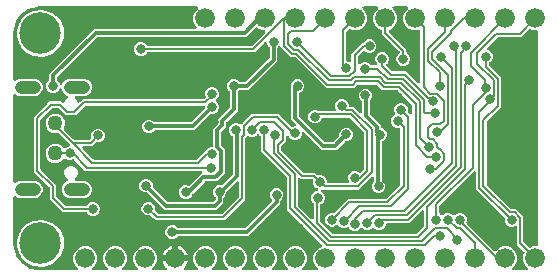
<source format=gbr>
G04 EAGLE Gerber RS-274X export*
G75*
%MOMM*%
%FSLAX34Y34*%
%LPD*%
%INBottom Copper*%
%IPPOS*%
%AMOC8*
5,1,8,0,0,1.08239X$1,22.5*%
G01*
%ADD10C,3.516000*%
%ADD11C,1.676400*%
%ADD12C,1.270000*%
%ADD13C,1.108000*%
%ADD14C,0.800100*%
%ADD15C,0.304800*%
%ADD16C,0.177800*%

G36*
X56363Y2558D02*
X56363Y2558D01*
X56502Y2571D01*
X56521Y2578D01*
X56541Y2581D01*
X56670Y2632D01*
X56801Y2679D01*
X56818Y2690D01*
X56837Y2698D01*
X56949Y2779D01*
X57064Y2857D01*
X57078Y2873D01*
X57094Y2884D01*
X57183Y2992D01*
X57275Y3096D01*
X57284Y3114D01*
X57297Y3129D01*
X57356Y3255D01*
X57419Y3379D01*
X57424Y3399D01*
X57432Y3417D01*
X57459Y3553D01*
X57489Y3689D01*
X57488Y3710D01*
X57492Y3729D01*
X57484Y3868D01*
X57479Y4007D01*
X57474Y4027D01*
X57473Y4047D01*
X57430Y4179D01*
X57391Y4313D01*
X57381Y4330D01*
X57374Y4349D01*
X57300Y4467D01*
X57229Y4587D01*
X57211Y4608D01*
X57204Y4618D01*
X57189Y4632D01*
X57123Y4707D01*
X54886Y6944D01*
X53339Y10679D01*
X53339Y14721D01*
X54886Y18456D01*
X57744Y21314D01*
X61479Y22861D01*
X65521Y22861D01*
X69256Y21314D01*
X72114Y18456D01*
X73661Y14721D01*
X73661Y10679D01*
X72114Y6944D01*
X69877Y4707D01*
X69792Y4598D01*
X69703Y4491D01*
X69694Y4472D01*
X69682Y4456D01*
X69627Y4328D01*
X69568Y4203D01*
X69564Y4183D01*
X69556Y4164D01*
X69534Y4026D01*
X69508Y3890D01*
X69509Y3870D01*
X69506Y3850D01*
X69519Y3711D01*
X69527Y3573D01*
X69534Y3554D01*
X69536Y3534D01*
X69583Y3402D01*
X69626Y3271D01*
X69636Y3253D01*
X69643Y3234D01*
X69721Y3119D01*
X69796Y3002D01*
X69810Y2988D01*
X69822Y2971D01*
X69926Y2879D01*
X70027Y2784D01*
X70045Y2774D01*
X70060Y2761D01*
X70184Y2697D01*
X70306Y2630D01*
X70325Y2625D01*
X70343Y2616D01*
X70479Y2586D01*
X70614Y2551D01*
X70642Y2549D01*
X70654Y2546D01*
X70674Y2547D01*
X70774Y2541D01*
X81626Y2541D01*
X81763Y2558D01*
X81902Y2571D01*
X81921Y2578D01*
X81941Y2581D01*
X82070Y2632D01*
X82201Y2679D01*
X82218Y2690D01*
X82237Y2698D01*
X82349Y2779D01*
X82464Y2857D01*
X82478Y2873D01*
X82494Y2884D01*
X82583Y2992D01*
X82675Y3096D01*
X82684Y3114D01*
X82697Y3129D01*
X82756Y3255D01*
X82819Y3379D01*
X82824Y3399D01*
X82832Y3417D01*
X82859Y3553D01*
X82889Y3689D01*
X82888Y3710D01*
X82892Y3729D01*
X82884Y3868D01*
X82879Y4007D01*
X82874Y4027D01*
X82873Y4047D01*
X82830Y4179D01*
X82791Y4313D01*
X82781Y4330D01*
X82774Y4349D01*
X82700Y4467D01*
X82629Y4587D01*
X82611Y4608D01*
X82604Y4618D01*
X82589Y4632D01*
X82523Y4707D01*
X80286Y6944D01*
X78739Y10679D01*
X78739Y14721D01*
X80286Y18456D01*
X83144Y21314D01*
X86879Y22861D01*
X90921Y22861D01*
X94656Y21314D01*
X97514Y18456D01*
X99061Y14721D01*
X99061Y10679D01*
X97514Y6944D01*
X95277Y4707D01*
X95192Y4598D01*
X95103Y4491D01*
X95094Y4472D01*
X95082Y4456D01*
X95027Y4328D01*
X94968Y4203D01*
X94964Y4183D01*
X94956Y4164D01*
X94934Y4026D01*
X94908Y3890D01*
X94909Y3870D01*
X94906Y3850D01*
X94919Y3711D01*
X94927Y3573D01*
X94934Y3554D01*
X94936Y3534D01*
X94983Y3402D01*
X95026Y3271D01*
X95036Y3253D01*
X95043Y3234D01*
X95121Y3119D01*
X95196Y3002D01*
X95210Y2988D01*
X95222Y2971D01*
X95326Y2879D01*
X95427Y2784D01*
X95445Y2774D01*
X95460Y2761D01*
X95584Y2697D01*
X95706Y2630D01*
X95725Y2625D01*
X95743Y2616D01*
X95879Y2586D01*
X96014Y2551D01*
X96042Y2549D01*
X96054Y2546D01*
X96074Y2547D01*
X96174Y2541D01*
X107026Y2541D01*
X107163Y2558D01*
X107302Y2571D01*
X107321Y2578D01*
X107341Y2581D01*
X107470Y2632D01*
X107601Y2679D01*
X107618Y2690D01*
X107637Y2698D01*
X107749Y2779D01*
X107864Y2857D01*
X107878Y2873D01*
X107894Y2884D01*
X107983Y2992D01*
X108075Y3096D01*
X108084Y3114D01*
X108097Y3129D01*
X108156Y3255D01*
X108219Y3379D01*
X108224Y3399D01*
X108232Y3417D01*
X108259Y3553D01*
X108289Y3689D01*
X108288Y3710D01*
X108292Y3729D01*
X108284Y3868D01*
X108279Y4007D01*
X108274Y4027D01*
X108273Y4047D01*
X108230Y4179D01*
X108191Y4313D01*
X108181Y4330D01*
X108174Y4349D01*
X108100Y4467D01*
X108029Y4587D01*
X108011Y4608D01*
X108004Y4618D01*
X107989Y4632D01*
X107923Y4707D01*
X105686Y6944D01*
X104139Y10679D01*
X104139Y14721D01*
X105686Y18456D01*
X108544Y21314D01*
X112279Y22861D01*
X116321Y22861D01*
X120056Y21314D01*
X122914Y18456D01*
X124461Y14721D01*
X124461Y10679D01*
X122914Y6944D01*
X120677Y4707D01*
X120592Y4598D01*
X120503Y4491D01*
X120494Y4472D01*
X120482Y4456D01*
X120427Y4328D01*
X120368Y4203D01*
X120364Y4183D01*
X120356Y4164D01*
X120334Y4026D01*
X120308Y3890D01*
X120309Y3870D01*
X120306Y3850D01*
X120319Y3711D01*
X120327Y3573D01*
X120334Y3554D01*
X120336Y3534D01*
X120383Y3402D01*
X120426Y3271D01*
X120436Y3253D01*
X120443Y3234D01*
X120521Y3119D01*
X120596Y3002D01*
X120610Y2988D01*
X120622Y2971D01*
X120726Y2879D01*
X120827Y2784D01*
X120845Y2774D01*
X120860Y2761D01*
X120984Y2697D01*
X121106Y2630D01*
X121125Y2625D01*
X121143Y2616D01*
X121279Y2586D01*
X121414Y2551D01*
X121442Y2549D01*
X121454Y2546D01*
X121474Y2547D01*
X121574Y2541D01*
X131348Y2541D01*
X131486Y2558D01*
X131624Y2571D01*
X131643Y2578D01*
X131664Y2581D01*
X131793Y2632D01*
X131924Y2679D01*
X131940Y2690D01*
X131959Y2698D01*
X132071Y2779D01*
X132187Y2857D01*
X132200Y2873D01*
X132217Y2884D01*
X132305Y2992D01*
X132397Y3096D01*
X132406Y3114D01*
X132419Y3129D01*
X132479Y3255D01*
X132542Y3379D01*
X132546Y3399D01*
X132555Y3417D01*
X132581Y3554D01*
X132611Y3689D01*
X132611Y3710D01*
X132615Y3729D01*
X132606Y3868D01*
X132602Y4007D01*
X132596Y4027D01*
X132595Y4047D01*
X132552Y4179D01*
X132513Y4313D01*
X132503Y4330D01*
X132497Y4349D01*
X132423Y4467D01*
X132352Y4587D01*
X132333Y4608D01*
X132327Y4618D01*
X132312Y4632D01*
X132245Y4707D01*
X131369Y5584D01*
X130358Y6975D01*
X129577Y8507D01*
X129046Y10142D01*
X129037Y10201D01*
X138470Y10201D01*
X138588Y10216D01*
X138707Y10223D01*
X138745Y10235D01*
X138785Y10241D01*
X138896Y10284D01*
X139009Y10321D01*
X139043Y10343D01*
X139081Y10358D01*
X139177Y10427D01*
X139278Y10491D01*
X139306Y10521D01*
X139338Y10544D01*
X139414Y10636D01*
X139496Y10723D01*
X139515Y10758D01*
X139541Y10789D01*
X139592Y10897D01*
X139649Y11001D01*
X139659Y11041D01*
X139677Y11077D01*
X139697Y11184D01*
X139701Y11154D01*
X139745Y11044D01*
X139781Y10931D01*
X139803Y10896D01*
X139818Y10859D01*
X139888Y10762D01*
X139951Y10662D01*
X139981Y10634D01*
X140005Y10601D01*
X140096Y10525D01*
X140183Y10444D01*
X140218Y10424D01*
X140250Y10399D01*
X140357Y10348D01*
X140462Y10290D01*
X140501Y10280D01*
X140537Y10263D01*
X140654Y10241D01*
X140770Y10211D01*
X140830Y10207D01*
X140850Y10203D01*
X140870Y10205D01*
X140930Y10201D01*
X150363Y10201D01*
X150354Y10142D01*
X149823Y8507D01*
X149042Y6975D01*
X148031Y5584D01*
X147155Y4707D01*
X147070Y4598D01*
X146981Y4491D01*
X146972Y4472D01*
X146960Y4456D01*
X146904Y4328D01*
X146845Y4203D01*
X146841Y4183D01*
X146833Y4164D01*
X146811Y4026D01*
X146785Y3890D01*
X146787Y3870D01*
X146783Y3850D01*
X146796Y3711D01*
X146805Y3573D01*
X146811Y3554D01*
X146813Y3534D01*
X146860Y3402D01*
X146903Y3271D01*
X146914Y3253D01*
X146921Y3234D01*
X146999Y3119D01*
X147073Y3002D01*
X147088Y2988D01*
X147099Y2971D01*
X147203Y2879D01*
X147305Y2784D01*
X147323Y2774D01*
X147338Y2761D01*
X147462Y2698D01*
X147583Y2630D01*
X147603Y2625D01*
X147621Y2616D01*
X147757Y2586D01*
X147891Y2551D01*
X147919Y2549D01*
X147931Y2546D01*
X147952Y2547D01*
X148052Y2541D01*
X157826Y2541D01*
X157963Y2558D01*
X158102Y2571D01*
X158121Y2578D01*
X158141Y2581D01*
X158270Y2632D01*
X158401Y2679D01*
X158418Y2690D01*
X158437Y2698D01*
X158549Y2779D01*
X158664Y2857D01*
X158678Y2873D01*
X158694Y2884D01*
X158783Y2992D01*
X158875Y3096D01*
X158884Y3114D01*
X158897Y3129D01*
X158956Y3255D01*
X159019Y3379D01*
X159024Y3399D01*
X159032Y3417D01*
X159059Y3553D01*
X159089Y3689D01*
X159088Y3710D01*
X159092Y3729D01*
X159084Y3868D01*
X159079Y4007D01*
X159074Y4027D01*
X159073Y4047D01*
X159030Y4179D01*
X158991Y4313D01*
X158981Y4330D01*
X158974Y4349D01*
X158900Y4467D01*
X158829Y4587D01*
X158811Y4608D01*
X158804Y4618D01*
X158789Y4632D01*
X158723Y4707D01*
X156486Y6944D01*
X154939Y10679D01*
X154939Y14721D01*
X156486Y18456D01*
X159344Y21314D01*
X163079Y22861D01*
X167121Y22861D01*
X170856Y21314D01*
X173714Y18456D01*
X175261Y14721D01*
X175261Y10679D01*
X173714Y6944D01*
X171477Y4707D01*
X171392Y4598D01*
X171303Y4491D01*
X171294Y4472D01*
X171282Y4456D01*
X171227Y4328D01*
X171168Y4203D01*
X171164Y4183D01*
X171156Y4164D01*
X171134Y4026D01*
X171108Y3890D01*
X171109Y3870D01*
X171106Y3850D01*
X171119Y3711D01*
X171127Y3573D01*
X171134Y3554D01*
X171136Y3534D01*
X171183Y3402D01*
X171226Y3271D01*
X171236Y3253D01*
X171243Y3234D01*
X171321Y3119D01*
X171396Y3002D01*
X171410Y2988D01*
X171422Y2971D01*
X171526Y2879D01*
X171627Y2784D01*
X171645Y2774D01*
X171660Y2761D01*
X171784Y2697D01*
X171906Y2630D01*
X171925Y2625D01*
X171943Y2616D01*
X172079Y2586D01*
X172214Y2551D01*
X172242Y2549D01*
X172254Y2546D01*
X172274Y2547D01*
X172374Y2541D01*
X183226Y2541D01*
X183363Y2558D01*
X183502Y2571D01*
X183521Y2578D01*
X183541Y2581D01*
X183670Y2632D01*
X183801Y2679D01*
X183818Y2690D01*
X183837Y2698D01*
X183949Y2779D01*
X184064Y2857D01*
X184078Y2873D01*
X184094Y2884D01*
X184183Y2992D01*
X184275Y3096D01*
X184284Y3114D01*
X184297Y3129D01*
X184356Y3255D01*
X184419Y3379D01*
X184424Y3399D01*
X184432Y3417D01*
X184459Y3553D01*
X184489Y3689D01*
X184488Y3710D01*
X184492Y3729D01*
X184484Y3868D01*
X184479Y4007D01*
X184474Y4027D01*
X184473Y4047D01*
X184430Y4179D01*
X184391Y4313D01*
X184381Y4330D01*
X184374Y4349D01*
X184300Y4467D01*
X184229Y4587D01*
X184211Y4608D01*
X184204Y4618D01*
X184189Y4632D01*
X184123Y4707D01*
X181886Y6944D01*
X180339Y10679D01*
X180339Y14721D01*
X181886Y18456D01*
X184744Y21314D01*
X188479Y22861D01*
X192521Y22861D01*
X196256Y21314D01*
X199114Y18456D01*
X200661Y14721D01*
X200661Y10679D01*
X199114Y6944D01*
X196877Y4707D01*
X196792Y4598D01*
X196703Y4491D01*
X196694Y4472D01*
X196682Y4456D01*
X196627Y4328D01*
X196568Y4203D01*
X196564Y4183D01*
X196556Y4164D01*
X196534Y4026D01*
X196508Y3890D01*
X196509Y3870D01*
X196506Y3850D01*
X196519Y3711D01*
X196527Y3573D01*
X196534Y3554D01*
X196536Y3534D01*
X196583Y3402D01*
X196626Y3271D01*
X196636Y3253D01*
X196643Y3234D01*
X196721Y3119D01*
X196796Y3002D01*
X196810Y2988D01*
X196822Y2971D01*
X196926Y2879D01*
X197027Y2784D01*
X197045Y2774D01*
X197060Y2761D01*
X197184Y2697D01*
X197306Y2630D01*
X197325Y2625D01*
X197343Y2616D01*
X197479Y2586D01*
X197614Y2551D01*
X197642Y2549D01*
X197654Y2546D01*
X197674Y2547D01*
X197774Y2541D01*
X208626Y2541D01*
X208763Y2558D01*
X208902Y2571D01*
X208921Y2578D01*
X208941Y2581D01*
X209070Y2632D01*
X209201Y2679D01*
X209218Y2690D01*
X209237Y2698D01*
X209349Y2779D01*
X209464Y2857D01*
X209478Y2873D01*
X209494Y2884D01*
X209583Y2992D01*
X209675Y3096D01*
X209684Y3114D01*
X209697Y3129D01*
X209756Y3255D01*
X209819Y3379D01*
X209824Y3399D01*
X209832Y3417D01*
X209859Y3553D01*
X209889Y3689D01*
X209888Y3710D01*
X209892Y3729D01*
X209884Y3868D01*
X209879Y4007D01*
X209874Y4027D01*
X209873Y4047D01*
X209830Y4179D01*
X209791Y4313D01*
X209781Y4330D01*
X209774Y4349D01*
X209700Y4467D01*
X209629Y4587D01*
X209611Y4608D01*
X209604Y4618D01*
X209589Y4632D01*
X209523Y4707D01*
X207286Y6944D01*
X205739Y10679D01*
X205739Y14721D01*
X207286Y18456D01*
X210144Y21314D01*
X213879Y22861D01*
X217921Y22861D01*
X221656Y21314D01*
X224514Y18456D01*
X226061Y14721D01*
X226061Y10679D01*
X224514Y6944D01*
X222277Y4707D01*
X222192Y4598D01*
X222103Y4491D01*
X222094Y4472D01*
X222082Y4456D01*
X222027Y4328D01*
X221968Y4203D01*
X221964Y4183D01*
X221956Y4164D01*
X221934Y4026D01*
X221908Y3890D01*
X221909Y3870D01*
X221906Y3850D01*
X221919Y3711D01*
X221927Y3573D01*
X221934Y3554D01*
X221936Y3534D01*
X221983Y3402D01*
X222026Y3271D01*
X222036Y3253D01*
X222043Y3234D01*
X222121Y3119D01*
X222196Y3002D01*
X222210Y2988D01*
X222222Y2971D01*
X222326Y2879D01*
X222427Y2784D01*
X222445Y2774D01*
X222460Y2761D01*
X222584Y2697D01*
X222706Y2630D01*
X222725Y2625D01*
X222743Y2616D01*
X222879Y2586D01*
X223014Y2551D01*
X223042Y2549D01*
X223054Y2546D01*
X223074Y2547D01*
X223174Y2541D01*
X234026Y2541D01*
X234163Y2558D01*
X234302Y2571D01*
X234321Y2578D01*
X234341Y2581D01*
X234470Y2632D01*
X234601Y2679D01*
X234618Y2690D01*
X234637Y2698D01*
X234749Y2779D01*
X234864Y2857D01*
X234878Y2873D01*
X234894Y2884D01*
X234983Y2992D01*
X235075Y3096D01*
X235084Y3114D01*
X235097Y3129D01*
X235156Y3255D01*
X235219Y3379D01*
X235224Y3399D01*
X235232Y3417D01*
X235259Y3553D01*
X235289Y3689D01*
X235288Y3710D01*
X235292Y3729D01*
X235284Y3868D01*
X235279Y4007D01*
X235274Y4027D01*
X235273Y4047D01*
X235230Y4179D01*
X235191Y4313D01*
X235181Y4330D01*
X235174Y4349D01*
X235100Y4467D01*
X235029Y4587D01*
X235011Y4608D01*
X235004Y4618D01*
X234989Y4632D01*
X234923Y4707D01*
X232686Y6944D01*
X231139Y10679D01*
X231139Y14721D01*
X232686Y18456D01*
X235544Y21314D01*
X239279Y22861D01*
X243321Y22861D01*
X247056Y21314D01*
X249914Y18456D01*
X251461Y14721D01*
X251461Y10679D01*
X249914Y6944D01*
X247677Y4707D01*
X247592Y4598D01*
X247503Y4491D01*
X247494Y4472D01*
X247482Y4456D01*
X247427Y4328D01*
X247368Y4203D01*
X247364Y4183D01*
X247356Y4164D01*
X247334Y4026D01*
X247308Y3890D01*
X247309Y3870D01*
X247306Y3850D01*
X247319Y3711D01*
X247327Y3573D01*
X247334Y3554D01*
X247336Y3534D01*
X247383Y3402D01*
X247426Y3271D01*
X247436Y3253D01*
X247443Y3234D01*
X247521Y3119D01*
X247596Y3002D01*
X247610Y2988D01*
X247622Y2971D01*
X247726Y2879D01*
X247827Y2784D01*
X247845Y2774D01*
X247860Y2761D01*
X247984Y2697D01*
X248106Y2630D01*
X248125Y2625D01*
X248143Y2616D01*
X248279Y2586D01*
X248414Y2551D01*
X248442Y2549D01*
X248454Y2546D01*
X248474Y2547D01*
X248574Y2541D01*
X259426Y2541D01*
X259563Y2558D01*
X259702Y2571D01*
X259721Y2578D01*
X259741Y2581D01*
X259870Y2632D01*
X260001Y2679D01*
X260018Y2690D01*
X260037Y2698D01*
X260149Y2779D01*
X260264Y2857D01*
X260278Y2873D01*
X260294Y2884D01*
X260383Y2992D01*
X260475Y3096D01*
X260484Y3114D01*
X260497Y3129D01*
X260556Y3255D01*
X260619Y3379D01*
X260624Y3399D01*
X260632Y3417D01*
X260659Y3553D01*
X260689Y3689D01*
X260688Y3710D01*
X260692Y3729D01*
X260684Y3868D01*
X260679Y4007D01*
X260674Y4027D01*
X260673Y4047D01*
X260630Y4179D01*
X260591Y4313D01*
X260581Y4330D01*
X260574Y4349D01*
X260500Y4467D01*
X260429Y4587D01*
X260411Y4608D01*
X260404Y4618D01*
X260389Y4632D01*
X260323Y4707D01*
X258086Y6944D01*
X256539Y10679D01*
X256539Y14721D01*
X258086Y18456D01*
X260944Y21314D01*
X263517Y22379D01*
X263560Y22404D01*
X263607Y22421D01*
X263698Y22483D01*
X263793Y22537D01*
X263829Y22572D01*
X263870Y22599D01*
X263943Y22682D01*
X264022Y22758D01*
X264048Y22801D01*
X264080Y22838D01*
X264130Y22936D01*
X264188Y23029D01*
X264202Y23077D01*
X264225Y23121D01*
X264249Y23228D01*
X264281Y23333D01*
X264284Y23383D01*
X264295Y23431D01*
X264291Y23541D01*
X264297Y23651D01*
X264287Y23700D01*
X264285Y23749D01*
X264255Y23855D01*
X264232Y23962D01*
X264210Y24007D01*
X264197Y24055D01*
X264141Y24149D01*
X264093Y24248D01*
X264060Y24286D01*
X264035Y24329D01*
X263929Y24450D01*
X234441Y53937D01*
X234441Y80665D01*
X234429Y80763D01*
X234426Y80862D01*
X234409Y80921D01*
X234401Y80981D01*
X234365Y81073D01*
X234337Y81168D01*
X234307Y81220D01*
X234284Y81276D01*
X234226Y81356D01*
X234176Y81442D01*
X234110Y81517D01*
X234098Y81534D01*
X234088Y81542D01*
X234070Y81563D01*
X214278Y101355D01*
X214277Y101355D01*
X213158Y102474D01*
X212343Y103289D01*
X212343Y106024D01*
X212343Y106025D01*
X212343Y115287D01*
X212340Y115316D01*
X212342Y115345D01*
X212320Y115473D01*
X212303Y115602D01*
X212292Y115630D01*
X212287Y115659D01*
X212234Y115777D01*
X212186Y115898D01*
X212169Y115922D01*
X212157Y115949D01*
X212076Y116050D01*
X212000Y116155D01*
X211977Y116174D01*
X211958Y116197D01*
X211854Y116275D01*
X211815Y116308D01*
X210638Y117485D01*
X210544Y117558D01*
X210455Y117637D01*
X210419Y117655D01*
X210387Y117680D01*
X210278Y117727D01*
X210171Y117781D01*
X210132Y117790D01*
X210095Y117806D01*
X209977Y117825D01*
X209861Y117851D01*
X209821Y117850D01*
X209781Y117856D01*
X209662Y117845D01*
X209543Y117841D01*
X209504Y117830D01*
X209464Y117826D01*
X209352Y117786D01*
X209238Y117753D01*
X209203Y117732D01*
X209165Y117719D01*
X209066Y117652D01*
X208964Y117591D01*
X208919Y117551D01*
X208902Y117540D01*
X208888Y117525D01*
X208843Y117485D01*
X207744Y116386D01*
X205620Y115506D01*
X203320Y115506D01*
X201634Y116204D01*
X201606Y116212D01*
X201580Y116225D01*
X201453Y116254D01*
X201328Y116288D01*
X201298Y116289D01*
X201269Y116295D01*
X201139Y116291D01*
X201010Y116293D01*
X200981Y116286D01*
X200951Y116285D01*
X200827Y116249D01*
X200700Y116219D01*
X200674Y116205D01*
X200646Y116197D01*
X200534Y116131D01*
X200419Y116070D01*
X200397Y116050D01*
X200372Y116035D01*
X200251Y115929D01*
X199254Y114932D01*
X199194Y114854D01*
X199126Y114782D01*
X199097Y114729D01*
X199060Y114681D01*
X199020Y114590D01*
X198972Y114504D01*
X198957Y114445D01*
X198933Y114389D01*
X198918Y114291D01*
X198893Y114196D01*
X198887Y114096D01*
X198883Y114075D01*
X198885Y114063D01*
X198883Y114035D01*
X198883Y62395D01*
X181445Y44957D01*
X122975Y44957D01*
X121041Y46892D01*
X119195Y48737D01*
X119172Y48755D01*
X119153Y48778D01*
X119047Y48852D01*
X118944Y48932D01*
X118917Y48944D01*
X118893Y48961D01*
X118771Y49007D01*
X118652Y49058D01*
X118623Y49063D01*
X118595Y49073D01*
X118466Y49088D01*
X118338Y49108D01*
X118308Y49105D01*
X118279Y49109D01*
X118151Y49091D01*
X118100Y49086D01*
X115690Y49086D01*
X113566Y49966D01*
X111941Y51591D01*
X111061Y53715D01*
X111061Y56015D01*
X111941Y58139D01*
X113566Y59764D01*
X115690Y60644D01*
X117990Y60644D01*
X120114Y59764D01*
X121739Y58139D01*
X122619Y56015D01*
X122619Y53624D01*
X122609Y53586D01*
X122608Y53557D01*
X122602Y53528D01*
X122606Y53398D01*
X122604Y53268D01*
X122611Y53240D01*
X122612Y53210D01*
X122648Y53085D01*
X122678Y52959D01*
X122692Y52933D01*
X122700Y52905D01*
X122766Y52793D01*
X122827Y52678D01*
X122847Y52656D01*
X122862Y52631D01*
X122968Y52510D01*
X124813Y50664D01*
X124892Y50604D01*
X124964Y50536D01*
X125017Y50507D01*
X125065Y50470D01*
X125155Y50430D01*
X125242Y50382D01*
X125301Y50367D01*
X125356Y50343D01*
X125454Y50328D01*
X125550Y50303D01*
X125650Y50297D01*
X125671Y50293D01*
X125683Y50295D01*
X125711Y50293D01*
X178709Y50293D01*
X178807Y50305D01*
X178906Y50308D01*
X178965Y50325D01*
X179025Y50333D01*
X179117Y50369D01*
X179212Y50397D01*
X179264Y50427D01*
X179320Y50450D01*
X179400Y50508D01*
X179486Y50558D01*
X179561Y50624D01*
X179578Y50636D01*
X179586Y50646D01*
X179607Y50664D01*
X193176Y64233D01*
X193236Y64312D01*
X193304Y64384D01*
X193333Y64437D01*
X193370Y64485D01*
X193410Y64576D01*
X193458Y64662D01*
X193473Y64721D01*
X193497Y64776D01*
X193512Y64874D01*
X193537Y64970D01*
X193543Y65070D01*
X193547Y65090D01*
X193545Y65103D01*
X193547Y65131D01*
X193547Y76592D01*
X193530Y76730D01*
X193517Y76869D01*
X193510Y76888D01*
X193507Y76908D01*
X193456Y77037D01*
X193409Y77168D01*
X193398Y77185D01*
X193390Y77203D01*
X193309Y77316D01*
X193231Y77431D01*
X193215Y77444D01*
X193204Y77461D01*
X193096Y77549D01*
X192992Y77642D01*
X192974Y77651D01*
X192959Y77664D01*
X192833Y77723D01*
X192709Y77786D01*
X192689Y77791D01*
X192671Y77799D01*
X192535Y77825D01*
X192399Y77856D01*
X192378Y77855D01*
X192359Y77859D01*
X192220Y77850D01*
X192081Y77846D01*
X192061Y77840D01*
X192041Y77839D01*
X191909Y77796D01*
X191775Y77758D01*
X191758Y77747D01*
X191739Y77741D01*
X191621Y77667D01*
X191501Y77596D01*
X191480Y77578D01*
X191470Y77571D01*
X191456Y77556D01*
X191381Y77490D01*
X183316Y69425D01*
X183255Y69347D01*
X183187Y69275D01*
X183163Y69231D01*
X183156Y69222D01*
X183152Y69214D01*
X183121Y69174D01*
X183082Y69083D01*
X183034Y68996D01*
X183019Y68938D01*
X182995Y68882D01*
X182979Y68784D01*
X182954Y68688D01*
X182948Y68588D01*
X182945Y68568D01*
X182946Y68556D01*
X182944Y68528D01*
X182944Y68065D01*
X182064Y65941D01*
X180839Y64716D01*
X180779Y64638D01*
X180711Y64566D01*
X180682Y64513D01*
X180645Y64465D01*
X180605Y64374D01*
X180557Y64288D01*
X180542Y64229D01*
X180518Y64173D01*
X180503Y64075D01*
X180478Y63980D01*
X180472Y63880D01*
X180468Y63859D01*
X180470Y63847D01*
X180468Y63819D01*
X180468Y59592D01*
X174723Y53847D01*
X130712Y53847D01*
X116415Y68144D01*
X116337Y68205D01*
X116265Y68273D01*
X116212Y68302D01*
X116164Y68339D01*
X116073Y68378D01*
X115986Y68426D01*
X115928Y68441D01*
X115872Y68465D01*
X115774Y68481D01*
X115678Y68506D01*
X115578Y68512D01*
X115558Y68515D01*
X115546Y68514D01*
X115518Y68516D01*
X113785Y68516D01*
X111661Y69396D01*
X110036Y71021D01*
X109156Y73145D01*
X109156Y75445D01*
X110036Y77569D01*
X111661Y79194D01*
X113785Y80074D01*
X116085Y80074D01*
X118209Y79194D01*
X119834Y77569D01*
X120714Y75445D01*
X120714Y73712D01*
X120727Y73614D01*
X120730Y73515D01*
X120746Y73457D01*
X120754Y73397D01*
X120791Y73305D01*
X120818Y73210D01*
X120849Y73157D01*
X120871Y73101D01*
X120929Y73021D01*
X120980Y72936D01*
X121046Y72860D01*
X121058Y72844D01*
X121067Y72836D01*
X121086Y72815D01*
X133076Y60824D01*
X133155Y60764D01*
X133227Y60696D01*
X133280Y60667D01*
X133328Y60630D01*
X133419Y60590D01*
X133505Y60542D01*
X133564Y60527D01*
X133619Y60503D01*
X133717Y60488D01*
X133813Y60463D01*
X133913Y60457D01*
X133934Y60453D01*
X133946Y60455D01*
X133974Y60453D01*
X171461Y60453D01*
X171559Y60465D01*
X171658Y60468D01*
X171717Y60485D01*
X171777Y60493D01*
X171869Y60529D01*
X171964Y60557D01*
X172016Y60587D01*
X172072Y60610D01*
X172152Y60668D01*
X172238Y60718D01*
X172313Y60784D01*
X172330Y60796D01*
X172338Y60806D01*
X172359Y60824D01*
X173491Y61956D01*
X173551Y62035D01*
X173619Y62107D01*
X173648Y62160D01*
X173685Y62208D01*
X173725Y62299D01*
X173773Y62385D01*
X173788Y62444D01*
X173812Y62499D01*
X173827Y62597D01*
X173852Y62693D01*
X173858Y62793D01*
X173862Y62814D01*
X173860Y62826D01*
X173862Y62854D01*
X173862Y63819D01*
X173850Y63917D01*
X173847Y64016D01*
X173830Y64074D01*
X173822Y64134D01*
X173786Y64226D01*
X173758Y64322D01*
X173728Y64374D01*
X173705Y64430D01*
X173647Y64510D01*
X173597Y64596D01*
X173531Y64671D01*
X173519Y64688D01*
X173509Y64695D01*
X173491Y64716D01*
X172266Y65941D01*
X171386Y68065D01*
X171386Y70365D01*
X172266Y72489D01*
X173891Y74114D01*
X176015Y74994D01*
X178315Y74994D01*
X178400Y74959D01*
X178428Y74951D01*
X178455Y74938D01*
X178581Y74909D01*
X178707Y74875D01*
X178736Y74874D01*
X178765Y74868D01*
X178895Y74872D01*
X179025Y74870D01*
X179053Y74877D01*
X179083Y74878D01*
X179208Y74914D01*
X179334Y74944D01*
X179360Y74958D01*
X179388Y74966D01*
X179500Y75032D01*
X179615Y75093D01*
X179637Y75113D01*
X179662Y75128D01*
X179783Y75234D01*
X188096Y83546D01*
X188156Y83625D01*
X188224Y83697D01*
X188253Y83750D01*
X188290Y83798D01*
X188330Y83889D01*
X188378Y83975D01*
X188393Y84034D01*
X188417Y84089D01*
X188432Y84187D01*
X188457Y84283D01*
X188463Y84383D01*
X188467Y84404D01*
X188465Y84416D01*
X188467Y84444D01*
X188467Y115287D01*
X188464Y115316D01*
X188466Y115346D01*
X188444Y115474D01*
X188427Y115602D01*
X188416Y115630D01*
X188411Y115659D01*
X188358Y115777D01*
X188310Y115898D01*
X188293Y115922D01*
X188281Y115949D01*
X188200Y116050D01*
X188124Y116155D01*
X188101Y116174D01*
X188082Y116197D01*
X187979Y116275D01*
X187939Y116308D01*
X186236Y118011D01*
X185356Y120135D01*
X185356Y122435D01*
X186236Y124559D01*
X187861Y126184D01*
X189985Y127064D01*
X192285Y127064D01*
X194420Y126180D01*
X194448Y126172D01*
X194474Y126159D01*
X194601Y126130D01*
X194726Y126096D01*
X194756Y126095D01*
X194785Y126089D01*
X194915Y126093D01*
X195044Y126091D01*
X195073Y126098D01*
X195103Y126099D01*
X195227Y126135D01*
X195354Y126165D01*
X195380Y126179D01*
X195408Y126187D01*
X195520Y126253D01*
X195635Y126314D01*
X195657Y126334D01*
X195682Y126349D01*
X195803Y126455D01*
X197069Y127721D01*
X204096Y134748D01*
X227165Y134748D01*
X237546Y124367D01*
X237569Y124349D01*
X237589Y124326D01*
X237695Y124252D01*
X237797Y124172D01*
X237824Y124160D01*
X237849Y124143D01*
X237970Y124097D01*
X238089Y124045D01*
X238118Y124041D01*
X238146Y124030D01*
X238275Y124016D01*
X238403Y123996D01*
X238433Y123998D01*
X238462Y123995D01*
X238590Y124013D01*
X238720Y124025D01*
X238748Y124035D01*
X238777Y124040D01*
X238929Y124092D01*
X239835Y124467D01*
X240770Y124467D01*
X240907Y124484D01*
X241046Y124497D01*
X241065Y124504D01*
X241085Y124507D01*
X241214Y124558D01*
X241345Y124605D01*
X241362Y124616D01*
X241381Y124624D01*
X241493Y124705D01*
X241609Y124783D01*
X241622Y124799D01*
X241638Y124810D01*
X241727Y124918D01*
X241819Y125022D01*
X241828Y125040D01*
X241841Y125055D01*
X241900Y125181D01*
X241964Y125305D01*
X241968Y125325D01*
X241977Y125343D01*
X242003Y125479D01*
X242033Y125615D01*
X242033Y125636D01*
X242036Y125655D01*
X242028Y125794D01*
X242024Y125933D01*
X242018Y125953D01*
X242017Y125973D01*
X241974Y126105D01*
X241935Y126239D01*
X241925Y126256D01*
X241919Y126275D01*
X241844Y126393D01*
X241774Y126513D01*
X241755Y126534D01*
X241749Y126544D01*
X241734Y126558D01*
X241667Y126633D01*
X237997Y130303D01*
X237997Y155937D01*
X237996Y155946D01*
X237997Y155955D01*
X237976Y156104D01*
X237957Y156252D01*
X237954Y156261D01*
X237953Y156270D01*
X237901Y156422D01*
X237426Y157569D01*
X237426Y159868D01*
X238306Y161992D01*
X239931Y163618D01*
X242055Y164498D01*
X244355Y164498D01*
X246479Y163618D01*
X248104Y161992D01*
X248984Y159868D01*
X248984Y157569D01*
X248104Y155445D01*
X246479Y153819D01*
X245386Y153367D01*
X245361Y153352D01*
X245333Y153343D01*
X245223Y153273D01*
X245110Y153209D01*
X245089Y153189D01*
X245064Y153173D01*
X244975Y153078D01*
X244882Y152988D01*
X244866Y152963D01*
X244846Y152941D01*
X244783Y152827D01*
X244715Y152717D01*
X244707Y152688D01*
X244692Y152663D01*
X244660Y152537D01*
X244622Y152413D01*
X244620Y152383D01*
X244613Y152355D01*
X244603Y152194D01*
X244603Y133565D01*
X244615Y133467D01*
X244618Y133368D01*
X244635Y133310D01*
X244643Y133250D01*
X244679Y133158D01*
X244707Y133063D01*
X244737Y133010D01*
X244760Y132954D01*
X244818Y132874D01*
X244868Y132789D01*
X244934Y132713D01*
X244946Y132697D01*
X244956Y132689D01*
X244974Y132668D01*
X265791Y111851D01*
X265870Y111790D01*
X265942Y111722D01*
X265995Y111693D01*
X266043Y111656D01*
X266134Y111617D01*
X266220Y111569D01*
X266279Y111554D01*
X266334Y111530D01*
X266432Y111514D01*
X266528Y111489D01*
X266628Y111483D01*
X266649Y111480D01*
X266661Y111481D01*
X266689Y111479D01*
X273061Y111479D01*
X273159Y111492D01*
X273258Y111495D01*
X273317Y111511D01*
X273377Y111519D01*
X273469Y111556D01*
X273564Y111583D01*
X273616Y111614D01*
X273672Y111636D01*
X273752Y111694D01*
X273838Y111745D01*
X273913Y111811D01*
X273930Y111823D01*
X273938Y111832D01*
X273959Y111851D01*
X278329Y116221D01*
X278390Y116299D01*
X278458Y116372D01*
X278487Y116425D01*
X278524Y116473D01*
X278563Y116564D01*
X278611Y116650D01*
X278626Y116709D01*
X278650Y116764D01*
X278666Y116862D01*
X278691Y116958D01*
X278697Y117058D01*
X278700Y117079D01*
X278699Y117091D01*
X278701Y117119D01*
X278701Y118851D01*
X279581Y120975D01*
X281206Y122601D01*
X283330Y123481D01*
X285630Y123481D01*
X287754Y122601D01*
X289379Y120975D01*
X290259Y118851D01*
X290259Y116552D01*
X289379Y114428D01*
X287754Y112802D01*
X285630Y111922D01*
X283897Y111922D01*
X283799Y111910D01*
X283700Y111907D01*
X283642Y111890D01*
X283582Y111882D01*
X283490Y111846D01*
X283395Y111818D01*
X283342Y111788D01*
X283286Y111765D01*
X283206Y111707D01*
X283121Y111657D01*
X283045Y111591D01*
X283029Y111579D01*
X283021Y111569D01*
X283000Y111551D01*
X276323Y104874D01*
X263427Y104874D01*
X248931Y119370D01*
X248821Y119455D01*
X248714Y119544D01*
X248695Y119553D01*
X248679Y119565D01*
X248551Y119621D01*
X248426Y119680D01*
X248406Y119683D01*
X248387Y119691D01*
X248249Y119713D01*
X248114Y119739D01*
X248093Y119738D01*
X248073Y119741D01*
X247934Y119728D01*
X247796Y119720D01*
X247777Y119713D01*
X247757Y119712D01*
X247625Y119664D01*
X247494Y119622D01*
X247477Y119611D01*
X247457Y119604D01*
X247342Y119526D01*
X247225Y119451D01*
X247211Y119437D01*
X247194Y119425D01*
X247102Y119321D01*
X247007Y119220D01*
X246997Y119202D01*
X246984Y119187D01*
X246921Y119063D01*
X246853Y118941D01*
X246848Y118922D01*
X246839Y118904D01*
X246809Y118768D01*
X246774Y118633D01*
X246772Y118605D01*
X246770Y118593D01*
X246770Y118573D01*
X246764Y118473D01*
X246764Y117538D01*
X245884Y115414D01*
X244258Y113788D01*
X242134Y112908D01*
X239835Y112908D01*
X237711Y113788D01*
X236085Y115414D01*
X235932Y115783D01*
X235898Y115844D01*
X235872Y115909D01*
X235819Y115982D01*
X235775Y116060D01*
X235726Y116110D01*
X235685Y116166D01*
X235616Y116223D01*
X235553Y116288D01*
X235494Y116325D01*
X235440Y116369D01*
X235359Y116407D01*
X235282Y116454D01*
X235215Y116475D01*
X235152Y116505D01*
X235064Y116521D01*
X234978Y116548D01*
X234908Y116551D01*
X234840Y116564D01*
X234750Y116559D01*
X234661Y116563D01*
X234592Y116549D01*
X234523Y116545D01*
X234437Y116517D01*
X234349Y116499D01*
X234286Y116468D01*
X234220Y116447D01*
X234144Y116398D01*
X234063Y116359D01*
X234010Y116314D01*
X233951Y116276D01*
X233890Y116211D01*
X233821Y116153D01*
X233781Y116096D01*
X233733Y116045D01*
X233690Y115966D01*
X233638Y115893D01*
X233614Y115827D01*
X233580Y115766D01*
X233557Y115679D01*
X233526Y115595D01*
X233518Y115526D01*
X233500Y115458D01*
X233490Y115298D01*
X233490Y111703D01*
X229480Y107693D01*
X229420Y107615D01*
X229352Y107543D01*
X229323Y107490D01*
X229286Y107442D01*
X229246Y107351D01*
X229198Y107265D01*
X229183Y107206D01*
X229159Y107150D01*
X229144Y107052D01*
X229119Y106957D01*
X229113Y106857D01*
X229109Y106836D01*
X229111Y106824D01*
X229109Y106796D01*
X229109Y104755D01*
X229121Y104657D01*
X229124Y104558D01*
X229141Y104499D01*
X229149Y104439D01*
X229185Y104347D01*
X229213Y104252D01*
X229243Y104200D01*
X229266Y104144D01*
X229324Y104064D01*
X229374Y103978D01*
X229440Y103903D01*
X229452Y103886D01*
X229462Y103878D01*
X229480Y103857D01*
X247748Y85589D01*
X247827Y85529D01*
X247899Y85461D01*
X247952Y85432D01*
X248000Y85395D01*
X248090Y85355D01*
X248177Y85307D01*
X248236Y85292D01*
X248291Y85268D01*
X248389Y85253D01*
X248485Y85228D01*
X248585Y85222D01*
X248605Y85218D01*
X248618Y85220D01*
X248646Y85218D01*
X258280Y85218D01*
X259900Y83598D01*
X259923Y83580D01*
X259942Y83557D01*
X260048Y83483D01*
X260151Y83403D01*
X260178Y83391D01*
X260202Y83374D01*
X260324Y83328D01*
X260443Y83277D01*
X260472Y83272D01*
X260500Y83262D01*
X260629Y83247D01*
X260757Y83227D01*
X260787Y83230D01*
X260816Y83226D01*
X260944Y83244D01*
X260995Y83249D01*
X263405Y83249D01*
X265529Y82369D01*
X267154Y80744D01*
X268034Y78620D01*
X268034Y77597D01*
X268049Y77479D01*
X268057Y77360D01*
X268069Y77322D01*
X268074Y77281D01*
X268118Y77171D01*
X268155Y77058D01*
X268176Y77023D01*
X268191Y76986D01*
X268261Y76890D01*
X268325Y76789D01*
X268354Y76761D01*
X268378Y76728D01*
X268470Y76652D01*
X268556Y76571D01*
X268592Y76551D01*
X268623Y76526D01*
X268731Y76475D01*
X268835Y76417D01*
X268874Y76407D01*
X268911Y76390D01*
X269027Y76368D01*
X269143Y76338D01*
X269203Y76334D01*
X269223Y76330D01*
X269243Y76332D01*
X269303Y76328D01*
X285258Y76328D01*
X285308Y76334D01*
X285357Y76332D01*
X285465Y76354D01*
X285574Y76368D01*
X285620Y76386D01*
X285669Y76396D01*
X285767Y76444D01*
X285870Y76485D01*
X285910Y76514D01*
X285954Y76536D01*
X286038Y76607D01*
X286127Y76671D01*
X286159Y76710D01*
X286196Y76742D01*
X286260Y76832D01*
X286330Y76916D01*
X286351Y76961D01*
X286380Y77002D01*
X286419Y77105D01*
X286465Y77204D01*
X286475Y77253D01*
X286492Y77299D01*
X286504Y77409D01*
X286525Y77516D01*
X286522Y77566D01*
X286528Y77615D01*
X286512Y77724D01*
X286505Y77834D01*
X286490Y77881D01*
X286483Y77930D01*
X286431Y78083D01*
X285686Y79882D01*
X285686Y82181D01*
X286566Y84305D01*
X288191Y85931D01*
X290315Y86811D01*
X292615Y86811D01*
X294739Y85931D01*
X295183Y85486D01*
X295278Y85413D01*
X295367Y85334D01*
X295403Y85316D01*
X295435Y85291D01*
X295544Y85244D01*
X295650Y85190D01*
X295689Y85181D01*
X295726Y85165D01*
X295844Y85146D01*
X295960Y85120D01*
X296001Y85121D01*
X296041Y85115D01*
X296159Y85126D01*
X296278Y85130D01*
X296317Y85141D01*
X296357Y85145D01*
X296469Y85185D01*
X296584Y85218D01*
X296618Y85239D01*
X296656Y85252D01*
X296755Y85319D01*
X296858Y85380D01*
X296903Y85420D01*
X296920Y85431D01*
X296933Y85446D01*
X296978Y85486D01*
X299221Y87728D01*
X299281Y87807D01*
X299349Y87879D01*
X299378Y87932D01*
X299415Y87980D01*
X299455Y88071D01*
X299503Y88157D01*
X299518Y88216D01*
X299542Y88271D01*
X299557Y88369D01*
X299582Y88465D01*
X299588Y88565D01*
X299592Y88585D01*
X299590Y88598D01*
X299592Y88626D01*
X299592Y119019D01*
X299580Y119117D01*
X299577Y119216D01*
X299560Y119275D01*
X299552Y119335D01*
X299516Y119427D01*
X299488Y119522D01*
X299458Y119574D01*
X299435Y119630D01*
X299377Y119710D01*
X299327Y119796D01*
X299261Y119871D01*
X299249Y119888D01*
X299239Y119896D01*
X299221Y119917D01*
X287557Y131581D01*
X287478Y131641D01*
X287406Y131709D01*
X287353Y131738D01*
X287305Y131775D01*
X287214Y131815D01*
X287128Y131863D01*
X287069Y131878D01*
X287014Y131902D01*
X286916Y131917D01*
X286820Y131942D01*
X286720Y131948D01*
X286700Y131952D01*
X286687Y131950D01*
X286659Y131952D01*
X264882Y131952D01*
X264853Y131949D01*
X264823Y131951D01*
X264695Y131929D01*
X264567Y131912D01*
X264539Y131902D01*
X264510Y131897D01*
X264391Y131843D01*
X264271Y131795D01*
X264247Y131778D01*
X264220Y131766D01*
X264119Y131685D01*
X264013Y131609D01*
X263995Y131586D01*
X263972Y131567D01*
X263893Y131464D01*
X263811Y131364D01*
X263798Y131337D01*
X263780Y131313D01*
X263709Y131169D01*
X262994Y129441D01*
X261368Y127816D01*
X259244Y126936D01*
X256945Y126936D01*
X254821Y127816D01*
X253195Y129441D01*
X252315Y131565D01*
X252315Y133865D01*
X253195Y135989D01*
X254821Y137614D01*
X256945Y138494D01*
X259244Y138494D01*
X261396Y137603D01*
X261401Y137599D01*
X261473Y137531D01*
X261526Y137502D01*
X261574Y137465D01*
X261665Y137425D01*
X261752Y137377D01*
X261811Y137362D01*
X261866Y137338D01*
X261964Y137323D01*
X262060Y137298D01*
X262160Y137292D01*
X262180Y137288D01*
X262193Y137290D01*
X262221Y137288D01*
X274303Y137288D01*
X274353Y137294D01*
X274402Y137292D01*
X274510Y137314D01*
X274619Y137328D01*
X274665Y137346D01*
X274714Y137356D01*
X274812Y137404D01*
X274915Y137445D01*
X274955Y137474D01*
X274999Y137496D01*
X275083Y137567D01*
X275172Y137631D01*
X275204Y137670D01*
X275241Y137702D01*
X275305Y137792D01*
X275375Y137876D01*
X275396Y137921D01*
X275424Y137962D01*
X275463Y138065D01*
X275510Y138164D01*
X275520Y138213D01*
X275537Y138259D01*
X275549Y138369D01*
X275570Y138476D01*
X275567Y138526D01*
X275572Y138575D01*
X275557Y138684D01*
X275550Y138794D01*
X275535Y138841D01*
X275528Y138890D01*
X275476Y139043D01*
X274891Y140455D01*
X274891Y142755D01*
X275771Y144879D01*
X277396Y146504D01*
X279520Y147384D01*
X281820Y147384D01*
X283944Y146504D01*
X285569Y144879D01*
X286449Y142755D01*
X286449Y142367D01*
X286464Y142249D01*
X286472Y142130D01*
X286484Y142092D01*
X286489Y142052D01*
X286533Y141941D01*
X286570Y141828D01*
X286591Y141793D01*
X286606Y141756D01*
X286676Y141660D01*
X286740Y141559D01*
X286769Y141531D01*
X286793Y141498D01*
X286885Y141423D01*
X286971Y141341D01*
X287007Y141321D01*
X287038Y141296D01*
X287146Y141245D01*
X287250Y141187D01*
X287289Y141177D01*
X287326Y141160D01*
X287442Y141138D01*
X287558Y141108D01*
X287618Y141104D01*
X287638Y141100D01*
X287658Y141102D01*
X287718Y141098D01*
X287929Y141098D01*
X289016Y141098D01*
X290665Y141098D01*
X295869Y135893D01*
X295979Y135808D01*
X296086Y135720D01*
X296105Y135711D01*
X296121Y135698D01*
X296249Y135643D01*
X296374Y135584D01*
X296394Y135580D01*
X296412Y135572D01*
X296550Y135550D01*
X296686Y135524D01*
X296706Y135525D01*
X296727Y135522D01*
X296866Y135535D01*
X297004Y135544D01*
X297023Y135550D01*
X297043Y135552D01*
X297174Y135599D01*
X297306Y135642D01*
X297323Y135653D01*
X297342Y135660D01*
X297458Y135738D01*
X297575Y135812D01*
X297589Y135827D01*
X297606Y135838D01*
X297698Y135943D01*
X297793Y136044D01*
X297803Y136061D01*
X297816Y136077D01*
X297879Y136201D01*
X297946Y136322D01*
X297951Y136342D01*
X297961Y136360D01*
X297991Y136496D01*
X298026Y136630D01*
X298028Y136658D01*
X298030Y136670D01*
X298030Y136691D01*
X298036Y136791D01*
X298036Y144687D01*
X298032Y144717D01*
X298035Y144746D01*
X298012Y144874D01*
X297996Y145003D01*
X297985Y145030D01*
X297980Y145060D01*
X297927Y145178D01*
X297879Y145298D01*
X297862Y145322D01*
X297850Y145349D01*
X297769Y145451D01*
X297692Y145556D01*
X297669Y145575D01*
X297651Y145598D01*
X297547Y145676D01*
X297508Y145708D01*
X295804Y147412D01*
X294925Y149536D01*
X294925Y151835D01*
X295804Y153959D01*
X297430Y155585D01*
X299554Y156465D01*
X301853Y156465D01*
X303977Y155585D01*
X305603Y153959D01*
X306483Y151835D01*
X306483Y149536D01*
X305603Y147412D01*
X305013Y146822D01*
X304953Y146744D01*
X304885Y146672D01*
X304856Y146619D01*
X304818Y146571D01*
X304779Y146480D01*
X304731Y146393D01*
X304716Y146334D01*
X304692Y146279D01*
X304676Y146181D01*
X304652Y146085D01*
X304645Y145985D01*
X304642Y145965D01*
X304643Y145952D01*
X304642Y145924D01*
X304642Y134799D01*
X304654Y134701D01*
X304657Y134602D01*
X304674Y134544D01*
X304681Y134484D01*
X304718Y134392D01*
X304745Y134297D01*
X304776Y134244D01*
X304798Y134188D01*
X304857Y134108D01*
X304907Y134023D01*
X304973Y133947D01*
X304985Y133931D01*
X304995Y133923D01*
X305013Y133902D01*
X313818Y125097D01*
X313818Y124263D01*
X313821Y124233D01*
X313819Y124204D01*
X313841Y124076D01*
X313858Y123947D01*
X313868Y123920D01*
X313873Y123890D01*
X313927Y123772D01*
X313975Y123651D01*
X313992Y123627D01*
X314004Y123601D01*
X314085Y123499D01*
X314161Y123394D01*
X314184Y123375D01*
X314203Y123352D01*
X314306Y123274D01*
X314406Y123191D01*
X314433Y123179D01*
X314457Y123161D01*
X314601Y123090D01*
X316329Y122374D01*
X317954Y120749D01*
X318834Y118625D01*
X318834Y116325D01*
X317954Y114201D01*
X316329Y112576D01*
X315236Y112123D01*
X315211Y112108D01*
X315183Y112099D01*
X315073Y112030D01*
X314960Y111966D01*
X314939Y111945D01*
X314914Y111929D01*
X314825Y111835D01*
X314732Y111744D01*
X314716Y111719D01*
X314696Y111698D01*
X314633Y111584D01*
X314565Y111473D01*
X314557Y111445D01*
X314542Y111419D01*
X314510Y111293D01*
X314472Y111169D01*
X314470Y111140D01*
X314463Y111111D01*
X314453Y110950D01*
X314453Y79658D01*
X314456Y79629D01*
X314454Y79599D01*
X314476Y79471D01*
X314493Y79343D01*
X314504Y79315D01*
X314509Y79286D01*
X314562Y79168D01*
X314610Y79047D01*
X314627Y79023D01*
X314639Y78996D01*
X314720Y78895D01*
X314796Y78790D01*
X314819Y78771D01*
X314838Y78748D01*
X314941Y78670D01*
X314981Y78637D01*
X316684Y76934D01*
X317564Y74810D01*
X317564Y72510D01*
X316684Y70386D01*
X315059Y68761D01*
X312935Y67881D01*
X310635Y67881D01*
X308511Y68761D01*
X306886Y70386D01*
X306006Y72510D01*
X306006Y74810D01*
X306886Y76934D01*
X307476Y77524D01*
X307536Y77602D01*
X307604Y77674D01*
X307633Y77727D01*
X307670Y77775D01*
X307710Y77866D01*
X307758Y77952D01*
X307773Y78011D01*
X307797Y78067D01*
X307812Y78165D01*
X307837Y78260D01*
X307843Y78360D01*
X307847Y78381D01*
X307845Y78393D01*
X307847Y78421D01*
X307847Y80665D01*
X307830Y80803D01*
X307817Y80942D01*
X307810Y80961D01*
X307807Y80981D01*
X307757Y81109D01*
X307709Y81241D01*
X307698Y81258D01*
X307690Y81277D01*
X307609Y81389D01*
X307531Y81504D01*
X307515Y81517D01*
X307504Y81534D01*
X307396Y81623D01*
X307292Y81715D01*
X307274Y81724D01*
X307259Y81737D01*
X307133Y81796D01*
X307009Y81859D01*
X306989Y81864D01*
X306971Y81872D01*
X306835Y81898D01*
X306699Y81929D01*
X306678Y81928D01*
X306659Y81932D01*
X306520Y81923D01*
X306381Y81919D01*
X306361Y81913D01*
X306341Y81912D01*
X306209Y81869D01*
X306075Y81831D01*
X306058Y81820D01*
X306039Y81814D01*
X305921Y81740D01*
X305801Y81669D01*
X305780Y81651D01*
X305770Y81644D01*
X305756Y81629D01*
X305681Y81563D01*
X297044Y72927D01*
X295110Y70992D01*
X264475Y70992D01*
X264338Y70975D01*
X264199Y70962D01*
X264180Y70955D01*
X264159Y70952D01*
X264031Y70901D01*
X263899Y70854D01*
X263883Y70843D01*
X263864Y70835D01*
X263751Y70754D01*
X263636Y70676D01*
X263623Y70660D01*
X263606Y70649D01*
X263517Y70541D01*
X263426Y70437D01*
X263417Y70419D01*
X263404Y70404D01*
X263344Y70278D01*
X263281Y70154D01*
X263277Y70134D01*
X263268Y70116D01*
X263242Y69979D01*
X263212Y69844D01*
X263212Y69823D01*
X263208Y69804D01*
X263217Y69665D01*
X263221Y69526D01*
X263227Y69506D01*
X263228Y69486D01*
X263271Y69354D01*
X263310Y69220D01*
X263320Y69203D01*
X263326Y69184D01*
X263401Y69066D01*
X263471Y68946D01*
X263490Y68925D01*
X263496Y68915D01*
X263511Y68901D01*
X263578Y68826D01*
X265249Y67154D01*
X266129Y65030D01*
X266129Y62730D01*
X265249Y60606D01*
X263624Y58981D01*
X263166Y58791D01*
X263141Y58777D01*
X263113Y58767D01*
X263003Y58698D01*
X262890Y58634D01*
X262869Y58613D01*
X262844Y58597D01*
X262755Y58503D01*
X262662Y58412D01*
X262646Y58387D01*
X262626Y58366D01*
X262563Y58252D01*
X262495Y58141D01*
X262487Y58113D01*
X262472Y58087D01*
X262440Y57962D01*
X262402Y57837D01*
X262400Y57808D01*
X262393Y57779D01*
X262383Y57619D01*
X262383Y44125D01*
X262395Y44027D01*
X262398Y43928D01*
X262415Y43869D01*
X262423Y43809D01*
X262459Y43717D01*
X262487Y43622D01*
X262517Y43570D01*
X262540Y43514D01*
X262598Y43434D01*
X262648Y43348D01*
X262714Y43273D01*
X262726Y43256D01*
X262736Y43248D01*
X262754Y43227D01*
X272018Y33964D01*
X272096Y33903D01*
X272168Y33835D01*
X272221Y33806D01*
X272269Y33769D01*
X272360Y33730D01*
X272447Y33682D01*
X272505Y33667D01*
X272561Y33643D01*
X272659Y33627D01*
X272755Y33602D01*
X272855Y33596D01*
X272875Y33593D01*
X272887Y33594D01*
X272915Y33592D01*
X343619Y33592D01*
X343717Y33605D01*
X343816Y33608D01*
X343874Y33624D01*
X343934Y33632D01*
X344026Y33669D01*
X344121Y33696D01*
X344174Y33727D01*
X344230Y33749D01*
X344310Y33807D01*
X344395Y33858D01*
X344471Y33924D01*
X344487Y33936D01*
X344495Y33945D01*
X344516Y33964D01*
X350021Y39468D01*
X350081Y39547D01*
X350149Y39619D01*
X350178Y39672D01*
X350215Y39720D01*
X350255Y39811D01*
X350303Y39897D01*
X350318Y39956D01*
X350342Y40011D01*
X350357Y40109D01*
X350382Y40205D01*
X350388Y40305D01*
X350392Y40325D01*
X350390Y40338D01*
X350392Y40366D01*
X350392Y52090D01*
X350375Y52228D01*
X350362Y52367D01*
X350355Y52386D01*
X350352Y52406D01*
X350301Y52535D01*
X350254Y52666D01*
X350243Y52683D01*
X350235Y52702D01*
X350154Y52814D01*
X350076Y52929D01*
X350060Y52943D01*
X350049Y52959D01*
X349941Y53047D01*
X349837Y53140D01*
X349819Y53149D01*
X349804Y53162D01*
X349678Y53221D01*
X349554Y53284D01*
X349534Y53289D01*
X349516Y53297D01*
X349380Y53323D01*
X349244Y53354D01*
X349223Y53353D01*
X349204Y53357D01*
X349065Y53348D01*
X348926Y53344D01*
X348906Y53338D01*
X348886Y53337D01*
X348754Y53294D01*
X348620Y53256D01*
X348603Y53245D01*
X348584Y53239D01*
X348466Y53165D01*
X348346Y53094D01*
X348325Y53076D01*
X348315Y53069D01*
X348301Y53054D01*
X348226Y52988D01*
X339589Y44352D01*
X337655Y42417D01*
X319468Y42417D01*
X319350Y42402D01*
X319232Y42395D01*
X319193Y42382D01*
X319153Y42377D01*
X319042Y42334D01*
X318929Y42297D01*
X318895Y42275D01*
X318857Y42260D01*
X318761Y42191D01*
X318660Y42127D01*
X318633Y42097D01*
X318600Y42074D01*
X318524Y41982D01*
X318442Y41895D01*
X318423Y41860D01*
X318397Y41829D01*
X318346Y41721D01*
X318289Y41617D01*
X318279Y41577D01*
X318262Y41541D01*
X318239Y41424D01*
X318209Y41309D01*
X318206Y41249D01*
X318202Y41229D01*
X318203Y41208D01*
X318199Y41148D01*
X318199Y41141D01*
X317319Y39017D01*
X315694Y37392D01*
X313570Y36512D01*
X311270Y36512D01*
X309146Y37392D01*
X307984Y38554D01*
X307889Y38627D01*
X307800Y38706D01*
X307764Y38725D01*
X307732Y38749D01*
X307623Y38797D01*
X307517Y38851D01*
X307478Y38860D01*
X307440Y38876D01*
X307323Y38894D01*
X307207Y38920D01*
X307166Y38919D01*
X307126Y38926D01*
X307008Y38914D01*
X306889Y38911D01*
X306850Y38900D01*
X306810Y38896D01*
X306697Y38855D01*
X306583Y38822D01*
X306549Y38802D01*
X306510Y38788D01*
X306412Y38721D01*
X306309Y38661D01*
X306264Y38621D01*
X306247Y38610D01*
X306234Y38594D01*
X306189Y38554D01*
X305280Y37646D01*
X303156Y36766D01*
X300856Y36766D01*
X298732Y37646D01*
X298268Y38110D01*
X298174Y38183D01*
X298085Y38262D01*
X298049Y38280D01*
X298017Y38305D01*
X297907Y38352D01*
X297801Y38406D01*
X297762Y38415D01*
X297725Y38431D01*
X297607Y38450D01*
X297491Y38476D01*
X297451Y38475D01*
X297411Y38481D01*
X297292Y38470D01*
X297173Y38466D01*
X297134Y38455D01*
X297094Y38451D01*
X296982Y38411D01*
X296868Y38378D01*
X296833Y38357D01*
X296795Y38344D01*
X296696Y38277D01*
X296594Y38216D01*
X296549Y38177D01*
X296532Y38165D01*
X296518Y38150D01*
X296473Y38110D01*
X295374Y37011D01*
X293250Y36131D01*
X290950Y36131D01*
X288826Y37011D01*
X287186Y38651D01*
X287183Y38655D01*
X287159Y38699D01*
X287106Y38805D01*
X287080Y38836D01*
X287060Y38871D01*
X286977Y38957D01*
X286900Y39047D01*
X286867Y39071D01*
X286839Y39100D01*
X286737Y39162D01*
X286640Y39231D01*
X286602Y39245D01*
X286568Y39266D01*
X286454Y39301D01*
X286343Y39343D01*
X286302Y39348D01*
X286264Y39360D01*
X286145Y39365D01*
X286027Y39378D01*
X285987Y39373D01*
X285946Y39375D01*
X285830Y39351D01*
X285712Y39334D01*
X285655Y39315D01*
X285635Y39310D01*
X285617Y39302D01*
X285559Y39282D01*
X283471Y38417D01*
X281171Y38417D01*
X279047Y39297D01*
X277577Y40767D01*
X277483Y40840D01*
X277394Y40919D01*
X277358Y40937D01*
X277326Y40962D01*
X277216Y41009D01*
X277110Y41063D01*
X277071Y41072D01*
X277034Y41088D01*
X276916Y41107D01*
X276800Y41133D01*
X276760Y41132D01*
X276720Y41138D01*
X276601Y41127D01*
X276482Y41123D01*
X276443Y41112D01*
X276403Y41108D01*
X276291Y41068D01*
X276177Y41035D01*
X276142Y41015D01*
X276104Y41001D01*
X276005Y40934D01*
X275903Y40874D01*
X275857Y40834D01*
X275841Y40822D01*
X275827Y40807D01*
X275782Y40767D01*
X275581Y40567D01*
X273457Y39687D01*
X271158Y39687D01*
X269034Y40567D01*
X267408Y42192D01*
X266528Y44316D01*
X266528Y46616D01*
X267408Y48740D01*
X269034Y50365D01*
X271158Y51245D01*
X273548Y51245D01*
X273586Y51235D01*
X273616Y51234D01*
X273645Y51228D01*
X273775Y51232D01*
X273904Y51230D01*
X273933Y51237D01*
X273963Y51238D01*
X274087Y51274D01*
X274213Y51304D01*
X274240Y51318D01*
X274268Y51326D01*
X274380Y51392D01*
X274495Y51453D01*
X274517Y51473D01*
X274542Y51488D01*
X274663Y51594D01*
X284000Y60931D01*
X285935Y62866D01*
X317698Y62866D01*
X317796Y62878D01*
X317895Y62881D01*
X317954Y62898D01*
X318014Y62906D01*
X318106Y62942D01*
X318201Y62970D01*
X318253Y63000D01*
X318309Y63023D01*
X318389Y63081D01*
X318475Y63131D01*
X318550Y63197D01*
X318567Y63209D01*
X318575Y63219D01*
X318596Y63237D01*
X329955Y74596D01*
X330015Y74675D01*
X330083Y74747D01*
X330112Y74800D01*
X330149Y74848D01*
X330189Y74939D01*
X330237Y75025D01*
X330252Y75084D01*
X330276Y75139D01*
X330291Y75237D01*
X330316Y75333D01*
X330322Y75433D01*
X330326Y75453D01*
X330324Y75466D01*
X330326Y75494D01*
X330326Y121688D01*
X330311Y121807D01*
X330304Y121925D01*
X330291Y121964D01*
X330286Y122004D01*
X330243Y122115D01*
X330206Y122228D01*
X330184Y122262D01*
X330169Y122300D01*
X330100Y122396D01*
X330036Y122497D01*
X330006Y122524D01*
X329983Y122557D01*
X329891Y122633D01*
X329804Y122714D01*
X329769Y122734D01*
X329738Y122760D01*
X329630Y122810D01*
X329526Y122868D01*
X329486Y122878D01*
X329450Y122895D01*
X329333Y122918D01*
X329218Y122947D01*
X329158Y122951D01*
X329138Y122955D01*
X329117Y122954D01*
X329057Y122958D01*
X326692Y122958D01*
X324568Y123837D01*
X322942Y125463D01*
X322062Y127587D01*
X322062Y129886D01*
X322942Y132011D01*
X324568Y133636D01*
X325105Y133859D01*
X325209Y133918D01*
X325316Y133970D01*
X325347Y133996D01*
X325382Y134016D01*
X325467Y134099D01*
X325558Y134177D01*
X325581Y134210D01*
X325610Y134238D01*
X325672Y134339D01*
X325741Y134437D01*
X325755Y134474D01*
X325776Y134509D01*
X325811Y134623D01*
X325854Y134734D01*
X325858Y134774D01*
X325870Y134813D01*
X325876Y134932D01*
X325889Y135050D01*
X325883Y135090D01*
X325885Y135130D01*
X325861Y135247D01*
X325844Y135365D01*
X325825Y135422D01*
X325821Y135442D01*
X325812Y135460D01*
X325792Y135517D01*
X324977Y137487D01*
X324977Y139786D01*
X325856Y141910D01*
X327482Y143536D01*
X329606Y144415D01*
X331905Y144415D01*
X334029Y143536D01*
X335655Y141910D01*
X336535Y139786D01*
X336535Y137395D01*
X336525Y137358D01*
X336524Y137328D01*
X336518Y137299D01*
X336522Y137169D01*
X336520Y137040D01*
X336527Y137011D01*
X336527Y136981D01*
X336563Y136857D01*
X336594Y136730D01*
X336608Y136704D01*
X336616Y136676D01*
X336682Y136564D01*
X336742Y136449D01*
X336762Y136427D01*
X336777Y136402D01*
X336884Y136281D01*
X338320Y134845D01*
X338429Y134760D01*
X338536Y134671D01*
X338555Y134663D01*
X338571Y134650D01*
X338699Y134595D01*
X338824Y134536D01*
X338844Y134532D01*
X338863Y134524D01*
X339001Y134502D01*
X339137Y134476D01*
X339157Y134477D01*
X339177Y134474D01*
X339316Y134487D01*
X339454Y134496D01*
X339473Y134502D01*
X339493Y134504D01*
X339625Y134551D01*
X339756Y134594D01*
X339774Y134605D01*
X339793Y134611D01*
X339908Y134690D01*
X340025Y134764D01*
X340039Y134779D01*
X340056Y134790D01*
X340148Y134894D01*
X340243Y134996D01*
X340253Y135013D01*
X340266Y135029D01*
X340330Y135152D01*
X340397Y135274D01*
X340402Y135294D01*
X340411Y135312D01*
X340441Y135448D01*
X340476Y135582D01*
X340478Y135610D01*
X340481Y135622D01*
X340480Y135643D01*
X340486Y135743D01*
X340486Y142038D01*
X340474Y142136D01*
X340471Y142235D01*
X340454Y142293D01*
X340446Y142353D01*
X340410Y142445D01*
X340382Y142540D01*
X340352Y142592D01*
X340329Y142649D01*
X340271Y142729D01*
X340221Y142814D01*
X340155Y142890D01*
X340143Y142906D01*
X340133Y142914D01*
X340115Y142935D01*
X328419Y154631D01*
X328340Y154692D01*
X328268Y154760D01*
X328215Y154789D01*
X328167Y154826D01*
X328076Y154865D01*
X327990Y154913D01*
X327931Y154928D01*
X327875Y154952D01*
X327777Y154968D01*
X327682Y154993D01*
X327582Y154999D01*
X327561Y155002D01*
X327549Y155001D01*
X327521Y155003D01*
X315081Y155003D01*
X310601Y159483D01*
X310523Y159543D01*
X310451Y159611D01*
X310398Y159640D01*
X310350Y159677D01*
X310259Y159717D01*
X310173Y159765D01*
X310114Y159780D01*
X310058Y159804D01*
X309960Y159819D01*
X309865Y159844D01*
X309765Y159850D01*
X309744Y159854D01*
X309732Y159852D01*
X309704Y159854D01*
X294226Y159854D01*
X294128Y159842D01*
X294029Y159839D01*
X293970Y159822D01*
X293910Y159814D01*
X293818Y159778D01*
X293723Y159750D01*
X293671Y159720D01*
X293615Y159697D01*
X293535Y159639D01*
X293449Y159589D01*
X293374Y159523D01*
X293357Y159511D01*
X293349Y159501D01*
X293328Y159483D01*
X291071Y157225D01*
X267139Y157225D01*
X265204Y159160D01*
X241412Y182952D01*
X241334Y183013D01*
X241262Y183081D01*
X241209Y183110D01*
X241161Y183147D01*
X241070Y183186D01*
X240983Y183234D01*
X240925Y183249D01*
X240869Y183273D01*
X240771Y183289D01*
X240675Y183314D01*
X240575Y183320D01*
X240555Y183323D01*
X240542Y183322D01*
X240514Y183324D01*
X237230Y183324D01*
X229076Y191478D01*
X229070Y191495D01*
X229067Y191516D01*
X229016Y191645D01*
X228969Y191776D01*
X228958Y191792D01*
X228950Y191811D01*
X228869Y191924D01*
X228791Y192039D01*
X228775Y192052D01*
X228764Y192069D01*
X228656Y192157D01*
X228552Y192249D01*
X228534Y192258D01*
X228519Y192271D01*
X228393Y192330D01*
X228269Y192394D01*
X228249Y192398D01*
X228231Y192407D01*
X228095Y192433D01*
X227959Y192463D01*
X227938Y192463D01*
X227919Y192467D01*
X227780Y192458D01*
X227641Y192454D01*
X227621Y192448D01*
X227601Y192447D01*
X227469Y192404D01*
X227335Y192365D01*
X227318Y192355D01*
X227299Y192349D01*
X227181Y192275D01*
X227061Y192204D01*
X227040Y192185D01*
X227030Y192179D01*
X227016Y192164D01*
X226940Y192097D01*
X226559Y191716D01*
X226499Y191638D01*
X226431Y191566D01*
X226402Y191513D01*
X226365Y191465D01*
X226325Y191374D01*
X226277Y191288D01*
X226262Y191229D01*
X226238Y191173D01*
X226223Y191075D01*
X226198Y190980D01*
X226192Y190879D01*
X226188Y190859D01*
X226190Y190847D01*
X226188Y190819D01*
X226188Y179607D01*
X202028Y155447D01*
X194626Y155447D01*
X194528Y155435D01*
X194429Y155432D01*
X194371Y155415D01*
X194311Y155407D01*
X194219Y155371D01*
X194123Y155343D01*
X194071Y155313D01*
X194015Y155290D01*
X193935Y155232D01*
X193849Y155182D01*
X193774Y155116D01*
X193757Y155104D01*
X193750Y155094D01*
X193729Y155075D01*
X192904Y154251D01*
X192844Y154173D01*
X192776Y154101D01*
X192747Y154048D01*
X192710Y154000D01*
X192670Y153909D01*
X192622Y153823D01*
X192607Y153764D01*
X192583Y153708D01*
X192568Y153610D01*
X192543Y153515D01*
X192537Y153415D01*
X192533Y153394D01*
X192535Y153382D01*
X192533Y153354D01*
X192533Y137697D01*
X183062Y128226D01*
X183001Y128148D01*
X182933Y128076D01*
X182904Y128023D01*
X182867Y127975D01*
X182828Y127884D01*
X182780Y127797D01*
X182765Y127739D01*
X182741Y127683D01*
X182725Y127585D01*
X182700Y127489D01*
X182694Y127389D01*
X182691Y127369D01*
X182692Y127357D01*
X182690Y127329D01*
X182690Y123877D01*
X178934Y120121D01*
X178874Y120043D01*
X178806Y119971D01*
X178777Y119918D01*
X178740Y119870D01*
X178700Y119779D01*
X178652Y119693D01*
X178637Y119634D01*
X178613Y119578D01*
X178598Y119480D01*
X178573Y119385D01*
X178567Y119285D01*
X178563Y119264D01*
X178565Y119252D01*
X178563Y119224D01*
X178563Y108741D01*
X178575Y108643D01*
X178578Y108544D01*
X178595Y108486D01*
X178603Y108426D01*
X178639Y108333D01*
X178667Y108238D01*
X178697Y108186D01*
X178720Y108130D01*
X178778Y108050D01*
X178828Y107964D01*
X178894Y107889D01*
X178906Y107873D01*
X178916Y107865D01*
X178934Y107844D01*
X181420Y105358D01*
X181420Y84674D01*
X179114Y82368D01*
X174723Y77977D01*
X165406Y77977D01*
X165308Y77965D01*
X165209Y77962D01*
X165151Y77945D01*
X165091Y77937D01*
X164999Y77901D01*
X164904Y77873D01*
X164851Y77843D01*
X164795Y77820D01*
X164715Y77762D01*
X164630Y77712D01*
X164554Y77646D01*
X164538Y77634D01*
X164530Y77624D01*
X164509Y77606D01*
X154348Y67445D01*
X154343Y67438D01*
X154335Y67432D01*
X154246Y67313D01*
X154153Y67194D01*
X154150Y67185D01*
X154144Y67178D01*
X154073Y67033D01*
X153489Y65624D01*
X151864Y63998D01*
X149740Y63118D01*
X147440Y63118D01*
X145316Y63998D01*
X143691Y65624D01*
X142811Y67748D01*
X142811Y70047D01*
X143691Y72171D01*
X145316Y73797D01*
X147440Y74677D01*
X149740Y74677D01*
X150723Y74269D01*
X150752Y74262D01*
X150778Y74248D01*
X150904Y74220D01*
X151030Y74185D01*
X151059Y74185D01*
X151088Y74178D01*
X151218Y74182D01*
X151348Y74180D01*
X151376Y74187D01*
X151406Y74188D01*
X151531Y74224D01*
X151657Y74255D01*
X151683Y74268D01*
X151711Y74277D01*
X151823Y74342D01*
X151938Y74403D01*
X151960Y74423D01*
X151985Y74438D01*
X152106Y74544D01*
X159838Y82276D01*
X162262Y84701D01*
X162348Y84810D01*
X162436Y84917D01*
X162445Y84936D01*
X162457Y84952D01*
X162513Y85080D01*
X162572Y85205D01*
X162575Y85225D01*
X162584Y85244D01*
X162605Y85382D01*
X162631Y85518D01*
X162630Y85538D01*
X162633Y85558D01*
X162620Y85697D01*
X162612Y85835D01*
X162605Y85854D01*
X162604Y85874D01*
X162556Y86006D01*
X162514Y86137D01*
X162503Y86155D01*
X162496Y86174D01*
X162418Y86289D01*
X162344Y86406D01*
X162329Y86420D01*
X162317Y86437D01*
X162213Y86529D01*
X162112Y86624D01*
X162094Y86634D01*
X162079Y86647D01*
X161955Y86711D01*
X161833Y86778D01*
X161814Y86783D01*
X161796Y86792D01*
X161660Y86822D01*
X161525Y86857D01*
X161497Y86859D01*
X161485Y86862D01*
X161465Y86861D01*
X161365Y86867D01*
X63665Y86867D01*
X54316Y96216D01*
X54293Y96234D01*
X54274Y96257D01*
X54168Y96331D01*
X54065Y96411D01*
X54038Y96423D01*
X54014Y96440D01*
X53892Y96486D01*
X53773Y96537D01*
X53744Y96542D01*
X53716Y96552D01*
X53587Y96567D01*
X53459Y96587D01*
X53430Y96584D01*
X53400Y96588D01*
X53272Y96570D01*
X53142Y96557D01*
X53115Y96547D01*
X53085Y96543D01*
X52933Y96491D01*
X51315Y95821D01*
X49015Y95821D01*
X46891Y96701D01*
X46691Y96901D01*
X46597Y96974D01*
X46508Y97052D01*
X46472Y97071D01*
X46440Y97096D01*
X46331Y97143D01*
X46225Y97197D01*
X46185Y97206D01*
X46148Y97222D01*
X46031Y97240D01*
X45915Y97267D01*
X45874Y97265D01*
X45834Y97272D01*
X45716Y97261D01*
X45597Y97257D01*
X45558Y97246D01*
X45518Y97242D01*
X45405Y97202D01*
X45291Y97169D01*
X45256Y97148D01*
X45218Y97134D01*
X45119Y97067D01*
X45017Y97007D01*
X44972Y96967D01*
X44955Y96956D01*
X44942Y96940D01*
X44896Y96901D01*
X42705Y94709D01*
X39717Y93471D01*
X36483Y93471D01*
X33495Y94709D01*
X31209Y96995D01*
X29971Y99983D01*
X29971Y103217D01*
X31209Y106205D01*
X33495Y108491D01*
X36483Y109729D01*
X39717Y109729D01*
X42705Y108491D01*
X44896Y106299D01*
X44991Y106226D01*
X45080Y106148D01*
X45116Y106129D01*
X45148Y106104D01*
X45257Y106057D01*
X45363Y106003D01*
X45402Y105994D01*
X45439Y105978D01*
X45557Y105959D01*
X45673Y105933D01*
X45714Y105935D01*
X45754Y105928D01*
X45872Y105939D01*
X45991Y105943D01*
X46030Y105954D01*
X46070Y105958D01*
X46182Y105998D01*
X46297Y106031D01*
X46331Y106052D01*
X46369Y106066D01*
X46468Y106133D01*
X46571Y106193D01*
X46616Y106233D01*
X46633Y106244D01*
X46646Y106260D01*
X46691Y106299D01*
X46891Y106499D01*
X49031Y107386D01*
X49117Y107397D01*
X49255Y107410D01*
X49274Y107417D01*
X49294Y107419D01*
X49423Y107470D01*
X49555Y107517D01*
X49571Y107529D01*
X49590Y107536D01*
X49702Y107617D01*
X49818Y107696D01*
X49831Y107711D01*
X49847Y107723D01*
X49936Y107830D01*
X50028Y107934D01*
X50037Y107952D01*
X50050Y107968D01*
X50109Y108094D01*
X50173Y108218D01*
X50177Y108237D01*
X50186Y108256D01*
X50212Y108392D01*
X50242Y108528D01*
X50242Y108548D01*
X50245Y108568D01*
X50237Y108707D01*
X50233Y108846D01*
X50227Y108865D01*
X50226Y108885D01*
X50183Y109018D01*
X50144Y109151D01*
X50134Y109169D01*
X50128Y109188D01*
X50053Y109305D01*
X49983Y109425D01*
X49964Y109446D01*
X49958Y109457D01*
X49943Y109471D01*
X49876Y109546D01*
X49666Y109757D01*
X40906Y118516D01*
X40883Y118534D01*
X40864Y118557D01*
X40758Y118631D01*
X40655Y118711D01*
X40628Y118723D01*
X40604Y118740D01*
X40482Y118786D01*
X40363Y118837D01*
X40334Y118842D01*
X40306Y118852D01*
X40177Y118867D01*
X40049Y118887D01*
X40020Y118884D01*
X39990Y118888D01*
X39875Y118871D01*
X36483Y118871D01*
X33495Y120109D01*
X31209Y122395D01*
X29971Y125383D01*
X29971Y128617D01*
X31209Y131605D01*
X33495Y133891D01*
X36483Y135129D01*
X39717Y135129D01*
X42705Y133891D01*
X44991Y131605D01*
X46229Y128617D01*
X46229Y125383D01*
X45193Y122883D01*
X45185Y122854D01*
X45172Y122828D01*
X45143Y122701D01*
X45109Y122576D01*
X45109Y122547D01*
X45102Y122518D01*
X45106Y122388D01*
X45104Y122258D01*
X45111Y122229D01*
X45112Y122200D01*
X45148Y122075D01*
X45178Y121949D01*
X45192Y121923D01*
X45200Y121894D01*
X45266Y121782D01*
X45327Y121668D01*
X45347Y121646D01*
X45362Y121620D01*
X45468Y121500D01*
X53438Y113529D01*
X53517Y113469D01*
X53589Y113401D01*
X53642Y113372D01*
X53690Y113335D01*
X53780Y113295D01*
X53867Y113247D01*
X53926Y113232D01*
X53981Y113208D01*
X54079Y113193D01*
X54175Y113168D01*
X54275Y113162D01*
X54295Y113158D01*
X54308Y113160D01*
X54336Y113158D01*
X66381Y113158D01*
X66479Y113170D01*
X66579Y113173D01*
X66637Y113190D01*
X66697Y113198D01*
X66789Y113234D01*
X66884Y113262D01*
X66936Y113292D01*
X66993Y113315D01*
X67072Y113373D01*
X67158Y113423D01*
X67233Y113489D01*
X67250Y113501D01*
X67258Y113511D01*
X67279Y113529D01*
X68194Y114445D01*
X68212Y114468D01*
X68235Y114487D01*
X68310Y114594D01*
X68389Y114696D01*
X68401Y114723D01*
X68418Y114747D01*
X68464Y114869D01*
X68515Y114988D01*
X68520Y115017D01*
X68531Y115045D01*
X68545Y115174D01*
X68565Y115302D01*
X68562Y115332D01*
X68566Y115361D01*
X68548Y115489D01*
X68543Y115540D01*
X68543Y117950D01*
X69423Y120074D01*
X71048Y121699D01*
X73172Y122579D01*
X75472Y122579D01*
X77596Y121699D01*
X79221Y120074D01*
X80101Y117950D01*
X80101Y115650D01*
X79221Y113526D01*
X77596Y111901D01*
X75472Y111021D01*
X73081Y111021D01*
X73044Y111031D01*
X73014Y111032D01*
X72985Y111038D01*
X72855Y111034D01*
X72726Y111036D01*
X72697Y111029D01*
X72667Y111028D01*
X72542Y110992D01*
X72416Y110962D01*
X72390Y110948D01*
X72362Y110940D01*
X72250Y110874D01*
X72135Y110813D01*
X72113Y110794D01*
X72088Y110778D01*
X71967Y110672D01*
X71052Y109757D01*
X69117Y107822D01*
X62210Y107822D01*
X62072Y107805D01*
X61933Y107792D01*
X61914Y107785D01*
X61894Y107782D01*
X61765Y107731D01*
X61634Y107684D01*
X61617Y107673D01*
X61598Y107665D01*
X61486Y107584D01*
X61371Y107506D01*
X61357Y107490D01*
X61341Y107479D01*
X61253Y107371D01*
X61160Y107267D01*
X61151Y107249D01*
X61138Y107234D01*
X61079Y107108D01*
X61016Y106984D01*
X61011Y106964D01*
X61003Y106946D01*
X60977Y106810D01*
X60946Y106674D01*
X60947Y106653D01*
X60943Y106634D01*
X60952Y106495D01*
X60956Y106356D01*
X60962Y106336D01*
X60963Y106316D01*
X61006Y106184D01*
X61044Y106050D01*
X61055Y106033D01*
X61061Y106014D01*
X61135Y105896D01*
X61206Y105776D01*
X61224Y105755D01*
X61231Y105745D01*
X61246Y105731D01*
X61312Y105656D01*
X70202Y96765D01*
X70281Y96705D01*
X70353Y96637D01*
X70406Y96608D01*
X70454Y96571D01*
X70545Y96531D01*
X70631Y96483D01*
X70690Y96468D01*
X70745Y96444D01*
X70843Y96429D01*
X70939Y96404D01*
X71039Y96398D01*
X71059Y96394D01*
X71072Y96396D01*
X71100Y96394D01*
X157500Y96394D01*
X157598Y96406D01*
X157697Y96409D01*
X157756Y96426D01*
X157816Y96434D01*
X157908Y96470D01*
X158003Y96498D01*
X158055Y96528D01*
X158111Y96551D01*
X158192Y96609D01*
X158277Y96659D01*
X158352Y96725D01*
X158369Y96737D01*
X158377Y96747D01*
X158398Y96765D01*
X163331Y101698D01*
X165418Y103786D01*
X165428Y103790D01*
X165452Y103807D01*
X165479Y103819D01*
X165580Y103900D01*
X165685Y103976D01*
X165704Y103999D01*
X165727Y104018D01*
X165805Y104121D01*
X165838Y104161D01*
X167541Y105864D01*
X169665Y106744D01*
X170688Y106744D01*
X170806Y106759D01*
X170925Y106767D01*
X170963Y106779D01*
X171004Y106784D01*
X171114Y106828D01*
X171227Y106865D01*
X171262Y106886D01*
X171299Y106901D01*
X171395Y106971D01*
X171496Y107035D01*
X171524Y107064D01*
X171557Y107088D01*
X171633Y107180D01*
X171714Y107266D01*
X171734Y107302D01*
X171759Y107333D01*
X171810Y107441D01*
X171868Y107545D01*
X171878Y107584D01*
X171895Y107621D01*
X171917Y107737D01*
X171947Y107853D01*
X171951Y107913D01*
X171955Y107933D01*
X171953Y107953D01*
X171957Y108013D01*
X171957Y122486D01*
X175713Y126241D01*
X175774Y126320D01*
X175842Y126392D01*
X175871Y126445D01*
X175908Y126493D01*
X175947Y126584D01*
X175995Y126670D01*
X176010Y126729D01*
X176034Y126785D01*
X176050Y126883D01*
X176075Y126978D01*
X176081Y127078D01*
X176084Y127099D01*
X176083Y127111D01*
X176085Y127139D01*
X176085Y130591D01*
X185556Y140061D01*
X185616Y140140D01*
X185684Y140212D01*
X185713Y140265D01*
X185750Y140313D01*
X185790Y140404D01*
X185838Y140490D01*
X185853Y140549D01*
X185877Y140604D01*
X185892Y140702D01*
X185917Y140798D01*
X185923Y140898D01*
X185927Y140919D01*
X185925Y140931D01*
X185927Y140959D01*
X185927Y153354D01*
X185915Y153452D01*
X185912Y153551D01*
X185895Y153609D01*
X185887Y153669D01*
X185851Y153762D01*
X185823Y153857D01*
X185793Y153909D01*
X185770Y153965D01*
X185712Y154045D01*
X185662Y154131D01*
X185596Y154206D01*
X185584Y154222D01*
X185574Y154230D01*
X185556Y154251D01*
X184331Y155476D01*
X183451Y157600D01*
X183451Y159900D01*
X184331Y162024D01*
X185956Y163649D01*
X188080Y164529D01*
X190380Y164529D01*
X192504Y163649D01*
X193729Y162424D01*
X193807Y162364D01*
X193879Y162296D01*
X193932Y162267D01*
X193980Y162230D01*
X194071Y162190D01*
X194157Y162142D01*
X194216Y162127D01*
X194272Y162103D01*
X194370Y162088D01*
X194465Y162063D01*
X194565Y162057D01*
X194586Y162053D01*
X194598Y162055D01*
X194626Y162053D01*
X198766Y162053D01*
X198864Y162065D01*
X198963Y162068D01*
X199022Y162085D01*
X199082Y162093D01*
X199174Y162129D01*
X199269Y162157D01*
X199321Y162187D01*
X199377Y162210D01*
X199457Y162268D01*
X199543Y162318D01*
X199618Y162384D01*
X199635Y162396D01*
X199643Y162406D01*
X199664Y162424D01*
X219211Y181971D01*
X219271Y182050D01*
X219339Y182122D01*
X219368Y182175D01*
X219405Y182223D01*
X219445Y182314D01*
X219493Y182400D01*
X219508Y182459D01*
X219532Y182514D01*
X219547Y182612D01*
X219572Y182708D01*
X219578Y182808D01*
X219582Y182829D01*
X219580Y182841D01*
X219582Y182869D01*
X219582Y190819D01*
X219570Y190917D01*
X219567Y191016D01*
X219550Y191074D01*
X219542Y191134D01*
X219506Y191227D01*
X219478Y191322D01*
X219448Y191374D01*
X219425Y191430D01*
X219367Y191510D01*
X219317Y191596D01*
X219251Y191671D01*
X219239Y191687D01*
X219229Y191695D01*
X219211Y191716D01*
X217986Y192941D01*
X217132Y195002D01*
X217107Y195045D01*
X217091Y195092D01*
X217029Y195183D01*
X216974Y195279D01*
X216940Y195314D01*
X216912Y195355D01*
X216829Y195428D01*
X216753Y195507D01*
X216711Y195533D01*
X216673Y195566D01*
X216576Y195616D01*
X216482Y195673D01*
X216434Y195688D01*
X216390Y195710D01*
X216283Y195734D01*
X216178Y195767D01*
X216128Y195769D01*
X216080Y195780D01*
X215970Y195777D01*
X215860Y195782D01*
X215812Y195772D01*
X215762Y195770D01*
X215657Y195740D01*
X215549Y195718D01*
X215504Y195696D01*
X215457Y195682D01*
X215362Y195626D01*
X215263Y195578D01*
X215225Y195546D01*
X215183Y195520D01*
X215062Y195414D01*
X206845Y187197D01*
X116488Y187197D01*
X116459Y187194D01*
X116429Y187196D01*
X116301Y187174D01*
X116173Y187157D01*
X116145Y187146D01*
X116116Y187141D01*
X115998Y187088D01*
X115877Y187040D01*
X115853Y187023D01*
X115826Y187011D01*
X115725Y186930D01*
X115620Y186854D01*
X115601Y186831D01*
X115578Y186812D01*
X115500Y186709D01*
X115467Y186669D01*
X113764Y184966D01*
X111640Y184086D01*
X109340Y184086D01*
X107216Y184966D01*
X105591Y186591D01*
X104711Y188715D01*
X104711Y191015D01*
X105591Y193139D01*
X107216Y194764D01*
X109340Y195644D01*
X111640Y195644D01*
X113764Y194764D01*
X115454Y193074D01*
X115473Y193040D01*
X115494Y193019D01*
X115510Y192994D01*
X115604Y192905D01*
X115694Y192812D01*
X115720Y192796D01*
X115741Y192776D01*
X115855Y192713D01*
X115965Y192646D01*
X115994Y192637D01*
X116020Y192622D01*
X116145Y192590D01*
X116269Y192552D01*
X116299Y192550D01*
X116328Y192543D01*
X116488Y192533D01*
X204109Y192533D01*
X204207Y192545D01*
X204306Y192548D01*
X204365Y192565D01*
X204425Y192573D01*
X204517Y192609D01*
X204612Y192637D01*
X204664Y192667D01*
X204720Y192690D01*
X204800Y192748D01*
X204886Y192798D01*
X204961Y192864D01*
X204978Y192876D01*
X204986Y192886D01*
X205007Y192904D01*
X215675Y203573D01*
X215760Y203682D01*
X215849Y203789D01*
X215857Y203808D01*
X215870Y203824D01*
X215925Y203952D01*
X215984Y204077D01*
X215988Y204097D01*
X215996Y204116D01*
X216018Y204254D01*
X216044Y204390D01*
X216043Y204410D01*
X216046Y204430D01*
X216033Y204569D01*
X216024Y204707D01*
X216018Y204726D01*
X216016Y204746D01*
X215969Y204878D01*
X215926Y205009D01*
X215915Y205027D01*
X215909Y205046D01*
X215830Y205161D01*
X215756Y205278D01*
X215741Y205292D01*
X215730Y205309D01*
X215626Y205401D01*
X215524Y205496D01*
X215507Y205506D01*
X215492Y205519D01*
X215367Y205583D01*
X215246Y205650D01*
X215226Y205655D01*
X215208Y205664D01*
X215072Y205694D01*
X214938Y205729D01*
X214910Y205731D01*
X214898Y205734D01*
X214877Y205733D01*
X214777Y205739D01*
X213879Y205739D01*
X210144Y207286D01*
X209408Y208022D01*
X209314Y208095D01*
X209225Y208174D01*
X209189Y208192D01*
X209157Y208217D01*
X209047Y208265D01*
X208942Y208319D01*
X208902Y208328D01*
X208865Y208344D01*
X208747Y208362D01*
X208631Y208388D01*
X208591Y208387D01*
X208551Y208394D01*
X208432Y208382D01*
X208313Y208379D01*
X208275Y208367D01*
X208234Y208364D01*
X208122Y208323D01*
X208008Y208290D01*
X207973Y208270D01*
X207935Y208256D01*
X207836Y208189D01*
X207734Y208129D01*
X207689Y208089D01*
X207672Y208078D01*
X207658Y208062D01*
X207613Y208022D01*
X202429Y202839D01*
X200123Y200532D01*
X74284Y200532D01*
X74186Y200520D01*
X74087Y200517D01*
X74028Y200500D01*
X73968Y200492D01*
X73876Y200456D01*
X73781Y200428D01*
X73729Y200398D01*
X73673Y200375D01*
X73593Y200317D01*
X73507Y200267D01*
X73432Y200201D01*
X73415Y200189D01*
X73407Y200179D01*
X73386Y200161D01*
X39869Y166644D01*
X39809Y166565D01*
X39741Y166493D01*
X39712Y166440D01*
X39675Y166392D01*
X39635Y166301D01*
X39587Y166215D01*
X39572Y166156D01*
X39548Y166101D01*
X39533Y166003D01*
X39508Y165907D01*
X39502Y165807D01*
X39498Y165786D01*
X39500Y165774D01*
X39498Y165746D01*
X39498Y164146D01*
X39510Y164048D01*
X39513Y163949D01*
X39530Y163891D01*
X39538Y163831D01*
X39574Y163738D01*
X39602Y163643D01*
X39632Y163591D01*
X39655Y163535D01*
X39713Y163455D01*
X39763Y163369D01*
X39829Y163294D01*
X39841Y163278D01*
X39851Y163270D01*
X39869Y163249D01*
X41094Y162024D01*
X41766Y160403D01*
X41834Y160283D01*
X41899Y160160D01*
X41913Y160145D01*
X41923Y160127D01*
X42020Y160027D01*
X42113Y159924D01*
X42130Y159913D01*
X42144Y159899D01*
X42263Y159826D01*
X42379Y159750D01*
X42398Y159743D01*
X42416Y159732D01*
X42548Y159691D01*
X42680Y159646D01*
X42700Y159645D01*
X42719Y159639D01*
X42858Y159632D01*
X42997Y159621D01*
X43017Y159625D01*
X43037Y159624D01*
X43173Y159652D01*
X43310Y159675D01*
X43329Y159684D01*
X43349Y159688D01*
X43474Y159749D01*
X43600Y159806D01*
X43616Y159819D01*
X43634Y159828D01*
X43740Y159918D01*
X43849Y160005D01*
X43861Y160021D01*
X43876Y160034D01*
X43956Y160148D01*
X44040Y160259D01*
X44052Y160284D01*
X44059Y160294D01*
X44067Y160313D01*
X44111Y160403D01*
X44625Y161646D01*
X46684Y163705D01*
X49374Y164819D01*
X63366Y164819D01*
X66056Y163705D01*
X68115Y161646D01*
X69229Y158956D01*
X69229Y156044D01*
X68115Y153354D01*
X66056Y151295D01*
X63366Y150181D01*
X55642Y150181D01*
X55505Y150164D01*
X55366Y150151D01*
X55347Y150144D01*
X55327Y150141D01*
X55198Y150090D01*
X55067Y150043D01*
X55050Y150032D01*
X55031Y150024D01*
X54919Y149943D01*
X54804Y149865D01*
X54790Y149849D01*
X54774Y149838D01*
X54685Y149730D01*
X54593Y149626D01*
X54584Y149608D01*
X54571Y149593D01*
X54512Y149467D01*
X54448Y149343D01*
X54444Y149323D01*
X54435Y149305D01*
X54409Y149168D01*
X54379Y149033D01*
X54379Y149012D01*
X54376Y148993D01*
X54384Y148854D01*
X54388Y148715D01*
X54394Y148695D01*
X54395Y148675D01*
X54438Y148543D01*
X54477Y148409D01*
X54487Y148392D01*
X54493Y148373D01*
X54568Y148255D01*
X54638Y148135D01*
X54657Y148114D01*
X54664Y148104D01*
X54679Y148090D01*
X54745Y148015D01*
X56279Y146480D01*
X56737Y145376D01*
X56761Y145333D01*
X56778Y145286D01*
X56840Y145195D01*
X56894Y145099D01*
X56929Y145064D01*
X56957Y145023D01*
X57039Y144950D01*
X57115Y144871D01*
X57158Y144845D01*
X57195Y144812D01*
X57293Y144762D01*
X57387Y144705D01*
X57434Y144690D01*
X57478Y144668D01*
X57585Y144644D01*
X57690Y144611D01*
X57740Y144609D01*
X57789Y144598D01*
X57898Y144601D01*
X58008Y144596D01*
X58057Y144606D01*
X58107Y144608D01*
X58212Y144638D01*
X58320Y144660D01*
X58364Y144682D01*
X58412Y144696D01*
X58506Y144752D01*
X58605Y144800D01*
X58643Y144832D01*
X58686Y144858D01*
X58807Y144964D01*
X61291Y147448D01*
X163469Y147448D01*
X163567Y147460D01*
X163666Y147463D01*
X163725Y147480D01*
X163785Y147488D01*
X163877Y147524D01*
X163972Y147552D01*
X164024Y147582D01*
X164080Y147605D01*
X164160Y147663D01*
X164246Y147713D01*
X164321Y147779D01*
X164338Y147791D01*
X164346Y147801D01*
X164367Y147819D01*
X165059Y148512D01*
X165077Y148535D01*
X165100Y148554D01*
X165174Y148660D01*
X165254Y148763D01*
X165266Y148790D01*
X165283Y148814D01*
X165329Y148936D01*
X165380Y149055D01*
X165385Y149084D01*
X165395Y149112D01*
X165410Y149241D01*
X165430Y149369D01*
X165427Y149398D01*
X165431Y149428D01*
X165413Y149556D01*
X165400Y149686D01*
X165390Y149713D01*
X165386Y149743D01*
X165334Y149895D01*
X165036Y150615D01*
X165036Y152915D01*
X165916Y155039D01*
X167541Y156664D01*
X169665Y157544D01*
X171965Y157544D01*
X174089Y156664D01*
X175714Y155039D01*
X176594Y152915D01*
X176594Y150615D01*
X175714Y148491D01*
X174488Y147265D01*
X174415Y147171D01*
X174336Y147082D01*
X174318Y147046D01*
X174293Y147014D01*
X174246Y146904D01*
X174192Y146798D01*
X174183Y146759D01*
X174167Y146722D01*
X174148Y146604D01*
X174122Y146488D01*
X174123Y146448D01*
X174117Y146408D01*
X174128Y146289D01*
X174132Y146170D01*
X174143Y146131D01*
X174147Y146091D01*
X174187Y145979D01*
X174220Y145865D01*
X174241Y145830D01*
X174254Y145792D01*
X174321Y145693D01*
X174382Y145591D01*
X174421Y145546D01*
X174433Y145529D01*
X174448Y145515D01*
X174488Y145470D01*
X175714Y144244D01*
X176594Y142120D01*
X176594Y139820D01*
X175714Y137696D01*
X174089Y136071D01*
X171965Y135191D01*
X170232Y135191D01*
X170134Y135178D01*
X170035Y135175D01*
X169977Y135159D01*
X169917Y135151D01*
X169825Y135114D01*
X169730Y135087D01*
X169677Y135056D01*
X169621Y135034D01*
X169541Y134976D01*
X169456Y134925D01*
X169380Y134859D01*
X169364Y134847D01*
X169356Y134838D01*
X169335Y134819D01*
X155673Y121157D01*
X122871Y121157D01*
X122773Y121145D01*
X122674Y121142D01*
X122616Y121125D01*
X122556Y121117D01*
X122463Y121081D01*
X122368Y121053D01*
X122316Y121023D01*
X122260Y121000D01*
X122180Y120942D01*
X122094Y120892D01*
X122019Y120826D01*
X122003Y120814D01*
X121995Y120804D01*
X121974Y120786D01*
X120749Y119561D01*
X118625Y118681D01*
X116325Y118681D01*
X114201Y119561D01*
X112576Y121186D01*
X111696Y123310D01*
X111696Y125610D01*
X112576Y127734D01*
X114201Y129359D01*
X116325Y130239D01*
X118625Y130239D01*
X120749Y129359D01*
X121974Y128134D01*
X122052Y128074D01*
X122124Y128006D01*
X122177Y127977D01*
X122225Y127940D01*
X122316Y127900D01*
X122402Y127852D01*
X122461Y127837D01*
X122517Y127813D01*
X122615Y127798D01*
X122710Y127773D01*
X122810Y127767D01*
X122831Y127763D01*
X122843Y127765D01*
X122871Y127763D01*
X152411Y127763D01*
X152509Y127775D01*
X152608Y127778D01*
X152667Y127795D01*
X152727Y127803D01*
X152819Y127839D01*
X152914Y127867D01*
X152966Y127897D01*
X153022Y127920D01*
X153102Y127978D01*
X153188Y128028D01*
X153263Y128094D01*
X153280Y128106D01*
X153288Y128116D01*
X153309Y128134D01*
X164664Y139490D01*
X164725Y139568D01*
X164793Y139640D01*
X164822Y139693D01*
X164859Y139741D01*
X164898Y139832D01*
X164946Y139919D01*
X164961Y139977D01*
X164985Y140033D01*
X165001Y140131D01*
X165026Y140227D01*
X165032Y140327D01*
X165035Y140347D01*
X165034Y140359D01*
X165036Y140387D01*
X165036Y140843D01*
X165021Y140961D01*
X165013Y141080D01*
X165001Y141118D01*
X164996Y141159D01*
X164952Y141269D01*
X164915Y141382D01*
X164894Y141417D01*
X164879Y141454D01*
X164809Y141550D01*
X164745Y141651D01*
X164716Y141679D01*
X164692Y141712D01*
X164600Y141788D01*
X164514Y141869D01*
X164478Y141889D01*
X164447Y141914D01*
X164339Y141965D01*
X164235Y142023D01*
X164196Y142033D01*
X164159Y142050D01*
X164043Y142072D01*
X163927Y142102D01*
X163867Y142106D01*
X163847Y142110D01*
X163827Y142108D01*
X163767Y142112D01*
X64026Y142112D01*
X63928Y142100D01*
X63829Y142097D01*
X63771Y142080D01*
X63711Y142072D01*
X63619Y142036D01*
X63524Y142008D01*
X63471Y141978D01*
X63415Y141955D01*
X63335Y141897D01*
X63250Y141847D01*
X63174Y141781D01*
X63158Y141769D01*
X63150Y141759D01*
X63129Y141741D01*
X55242Y133853D01*
X47159Y133853D01*
X41177Y139836D01*
X41098Y139896D01*
X41026Y139964D01*
X40973Y139993D01*
X40925Y140030D01*
X40834Y140070D01*
X40748Y140118D01*
X40689Y140133D01*
X40634Y140157D01*
X40536Y140172D01*
X40440Y140197D01*
X40340Y140203D01*
X40320Y140207D01*
X40307Y140205D01*
X40279Y140207D01*
X35921Y140207D01*
X35823Y140195D01*
X35724Y140192D01*
X35665Y140175D01*
X35605Y140167D01*
X35513Y140131D01*
X35418Y140103D01*
X35366Y140073D01*
X35310Y140050D01*
X35230Y139992D01*
X35144Y139942D01*
X35069Y139876D01*
X35052Y139864D01*
X35044Y139854D01*
X35023Y139836D01*
X25899Y130712D01*
X25839Y130633D01*
X25771Y130561D01*
X25742Y130508D01*
X25705Y130460D01*
X25665Y130370D01*
X25617Y130283D01*
X25602Y130224D01*
X25578Y130169D01*
X25563Y130071D01*
X25538Y129975D01*
X25532Y129875D01*
X25528Y129855D01*
X25530Y129842D01*
X25528Y129814D01*
X25528Y88626D01*
X25540Y88528D01*
X25543Y88429D01*
X25560Y88370D01*
X25568Y88310D01*
X25604Y88218D01*
X25632Y88123D01*
X25662Y88071D01*
X25685Y88015D01*
X25743Y87934D01*
X25793Y87849D01*
X25859Y87774D01*
X25871Y87757D01*
X25881Y87749D01*
X25899Y87728D01*
X36928Y76699D01*
X38863Y74765D01*
X38863Y65766D01*
X38875Y65668D01*
X38878Y65569D01*
X38895Y65510D01*
X38903Y65450D01*
X38939Y65358D01*
X38967Y65263D01*
X38997Y65211D01*
X39020Y65155D01*
X39078Y65075D01*
X39128Y64989D01*
X39194Y64914D01*
X39206Y64897D01*
X39216Y64889D01*
X39234Y64868D01*
X46453Y57649D01*
X46532Y57589D01*
X46604Y57521D01*
X46657Y57492D01*
X46705Y57455D01*
X46796Y57415D01*
X46882Y57367D01*
X46941Y57352D01*
X46996Y57328D01*
X47094Y57313D01*
X47190Y57288D01*
X47290Y57282D01*
X47310Y57278D01*
X47323Y57280D01*
X47351Y57278D01*
X63852Y57278D01*
X63881Y57281D01*
X63911Y57279D01*
X64039Y57301D01*
X64167Y57318D01*
X64195Y57329D01*
X64224Y57334D01*
X64342Y57387D01*
X64463Y57435D01*
X64487Y57452D01*
X64514Y57464D01*
X64615Y57545D01*
X64720Y57621D01*
X64739Y57644D01*
X64762Y57663D01*
X64840Y57766D01*
X64873Y57806D01*
X66576Y59509D01*
X68700Y60389D01*
X71000Y60389D01*
X73124Y59509D01*
X74749Y57884D01*
X75629Y55760D01*
X75629Y53460D01*
X74749Y51336D01*
X73124Y49711D01*
X71000Y48831D01*
X68700Y48831D01*
X66576Y49711D01*
X64886Y51401D01*
X64867Y51435D01*
X64846Y51456D01*
X64830Y51481D01*
X64736Y51570D01*
X64646Y51663D01*
X64620Y51679D01*
X64599Y51699D01*
X64485Y51762D01*
X64375Y51829D01*
X64346Y51838D01*
X64320Y51853D01*
X64195Y51885D01*
X64071Y51923D01*
X64041Y51925D01*
X64012Y51932D01*
X63852Y51942D01*
X44615Y51942D01*
X33527Y63030D01*
X33527Y72029D01*
X33515Y72127D01*
X33512Y72226D01*
X33495Y72285D01*
X33487Y72345D01*
X33451Y72437D01*
X33423Y72532D01*
X33393Y72584D01*
X33370Y72640D01*
X33312Y72720D01*
X33262Y72806D01*
X33196Y72881D01*
X33184Y72898D01*
X33174Y72906D01*
X33156Y72927D01*
X22127Y83956D01*
X20192Y85890D01*
X20192Y132550D01*
X22127Y134484D01*
X31251Y143608D01*
X33185Y145543D01*
X43015Y145543D01*
X43834Y144724D01*
X43873Y144694D01*
X43907Y144657D01*
X43998Y144596D01*
X44085Y144529D01*
X44131Y144509D01*
X44172Y144482D01*
X44276Y144446D01*
X44377Y144403D01*
X44426Y144395D01*
X44473Y144379D01*
X44582Y144370D01*
X44691Y144353D01*
X44741Y144357D01*
X44790Y144354D01*
X44898Y144372D01*
X45008Y144383D01*
X45054Y144399D01*
X45103Y144408D01*
X45204Y144453D01*
X45307Y144490D01*
X45348Y144518D01*
X45393Y144538D01*
X45479Y144607D01*
X45570Y144669D01*
X45603Y144706D01*
X45642Y144737D01*
X45708Y144825D01*
X45781Y144907D01*
X45803Y144951D01*
X45833Y144991D01*
X45904Y145136D01*
X46461Y146480D01*
X48090Y148109D01*
X48402Y148239D01*
X48523Y148307D01*
X48646Y148372D01*
X48661Y148386D01*
X48679Y148396D01*
X48778Y148493D01*
X48881Y148586D01*
X48892Y148603D01*
X48907Y148617D01*
X48979Y148736D01*
X49056Y148852D01*
X49063Y148871D01*
X49073Y148888D01*
X49114Y149021D01*
X49159Y149153D01*
X49161Y149173D01*
X49167Y149192D01*
X49173Y149331D01*
X49185Y149470D01*
X49181Y149490D01*
X49182Y149510D01*
X49154Y149646D01*
X49130Y149783D01*
X49122Y149802D01*
X49118Y149821D01*
X49057Y149946D01*
X49000Y150073D01*
X48987Y150089D01*
X48978Y150107D01*
X48888Y150213D01*
X48801Y150322D01*
X48785Y150334D01*
X48772Y150349D01*
X48658Y150429D01*
X48547Y150513D01*
X48522Y150525D01*
X48512Y150532D01*
X48492Y150540D01*
X48402Y150584D01*
X46684Y151295D01*
X44625Y153354D01*
X43593Y155847D01*
X43524Y155968D01*
X43459Y156090D01*
X43446Y156105D01*
X43436Y156123D01*
X43339Y156223D01*
X43245Y156326D01*
X43228Y156337D01*
X43214Y156351D01*
X43096Y156424D01*
X42980Y156500D01*
X42960Y156507D01*
X42943Y156518D01*
X42810Y156559D01*
X42679Y156604D01*
X42659Y156605D01*
X42639Y156611D01*
X42500Y156618D01*
X42362Y156629D01*
X42342Y156625D01*
X42322Y156626D01*
X42185Y156598D01*
X42048Y156575D01*
X42030Y156566D01*
X42010Y156562D01*
X41885Y156501D01*
X41758Y156444D01*
X41743Y156431D01*
X41724Y156422D01*
X41619Y156332D01*
X41510Y156245D01*
X41498Y156229D01*
X41482Y156216D01*
X41402Y156102D01*
X41319Y155991D01*
X41306Y155966D01*
X41299Y155956D01*
X41292Y155937D01*
X41248Y155847D01*
X41094Y155476D01*
X39469Y153851D01*
X37345Y152971D01*
X35045Y152971D01*
X32921Y153851D01*
X31296Y155476D01*
X30416Y157600D01*
X30416Y159900D01*
X31296Y162024D01*
X32521Y163249D01*
X32581Y163327D01*
X32649Y163399D01*
X32678Y163452D01*
X32715Y163500D01*
X32755Y163591D01*
X32803Y163677D01*
X32818Y163736D01*
X32842Y163792D01*
X32857Y163890D01*
X32882Y163985D01*
X32888Y164085D01*
X32892Y164106D01*
X32890Y164118D01*
X32892Y164146D01*
X32892Y169008D01*
X71022Y207138D01*
X156429Y207138D01*
X156567Y207155D01*
X156705Y207168D01*
X156724Y207175D01*
X156744Y207178D01*
X156873Y207229D01*
X157004Y207276D01*
X157021Y207287D01*
X157040Y207295D01*
X157152Y207376D01*
X157267Y207454D01*
X157281Y207470D01*
X157297Y207481D01*
X157386Y207589D01*
X157478Y207693D01*
X157487Y207711D01*
X157500Y207726D01*
X157559Y207852D01*
X157622Y207976D01*
X157627Y207996D01*
X157635Y208014D01*
X157662Y208151D01*
X157692Y208286D01*
X157691Y208307D01*
X157695Y208326D01*
X157687Y208465D01*
X157682Y208604D01*
X157677Y208624D01*
X157676Y208644D01*
X157633Y208776D01*
X157594Y208910D01*
X157584Y208927D01*
X157577Y208946D01*
X157503Y209064D01*
X157432Y209184D01*
X157414Y209205D01*
X157407Y209215D01*
X157392Y209229D01*
X157326Y209304D01*
X156486Y210144D01*
X154939Y213879D01*
X154939Y217921D01*
X156486Y221656D01*
X158723Y223893D01*
X158808Y224002D01*
X158897Y224109D01*
X158906Y224128D01*
X158918Y224144D01*
X158973Y224272D01*
X159032Y224397D01*
X159036Y224417D01*
X159044Y224436D01*
X159066Y224574D01*
X159092Y224710D01*
X159091Y224730D01*
X159094Y224750D01*
X159081Y224889D01*
X159073Y225027D01*
X159066Y225046D01*
X159064Y225066D01*
X159017Y225198D01*
X158974Y225329D01*
X158964Y225347D01*
X158957Y225366D01*
X158879Y225481D01*
X158804Y225598D01*
X158790Y225612D01*
X158778Y225629D01*
X158674Y225721D01*
X158573Y225816D01*
X158555Y225826D01*
X158540Y225839D01*
X158416Y225903D01*
X158294Y225970D01*
X158275Y225975D01*
X158257Y225984D01*
X158121Y226014D01*
X157986Y226049D01*
X157958Y226051D01*
X157946Y226054D01*
X157926Y226053D01*
X157826Y226059D01*
X25400Y226059D01*
X25378Y226057D01*
X25300Y226055D01*
X21923Y225790D01*
X21855Y225776D01*
X21786Y225771D01*
X21630Y225731D01*
X18892Y224841D01*
X18867Y224830D01*
X18841Y224824D01*
X18724Y224763D01*
X18604Y224706D01*
X18583Y224689D01*
X18560Y224677D01*
X18462Y224589D01*
X18445Y224588D01*
X18418Y224593D01*
X18286Y224585D01*
X18153Y224583D01*
X18128Y224575D01*
X18101Y224574D01*
X17945Y224534D01*
X15206Y223644D01*
X15099Y223594D01*
X14988Y223550D01*
X14937Y223517D01*
X14918Y223509D01*
X14903Y223496D01*
X14852Y223464D01*
X9388Y219493D01*
X9301Y219412D01*
X9209Y219336D01*
X9171Y219290D01*
X9156Y219276D01*
X9145Y219258D01*
X9107Y219212D01*
X5136Y213748D01*
X5079Y213644D01*
X5015Y213544D01*
X4993Y213487D01*
X4983Y213469D01*
X4978Y213449D01*
X4956Y213394D01*
X2869Y206970D01*
X2856Y206902D01*
X2833Y206836D01*
X2810Y206677D01*
X2545Y203300D01*
X2546Y203278D01*
X2541Y203200D01*
X2541Y164425D01*
X2558Y164287D01*
X2571Y164149D01*
X2578Y164130D01*
X2581Y164110D01*
X2632Y163980D01*
X2679Y163850D01*
X2690Y163833D01*
X2698Y163814D01*
X2779Y163701D01*
X2857Y163586D01*
X2873Y163573D01*
X2884Y163557D01*
X2992Y163468D01*
X3096Y163376D01*
X3114Y163367D01*
X3129Y163354D01*
X3255Y163295D01*
X3379Y163231D01*
X3399Y163227D01*
X3417Y163218D01*
X3553Y163192D01*
X3689Y163162D01*
X3710Y163162D01*
X3729Y163159D01*
X3868Y163167D01*
X4007Y163171D01*
X4027Y163177D01*
X4047Y163178D01*
X4179Y163221D01*
X4313Y163260D01*
X4330Y163270D01*
X4349Y163276D01*
X4467Y163351D01*
X4587Y163421D01*
X4608Y163440D01*
X4618Y163446D01*
X4632Y163461D01*
X4708Y163528D01*
X4884Y163705D01*
X7574Y164819D01*
X21566Y164819D01*
X24256Y163705D01*
X26315Y161646D01*
X27429Y158956D01*
X27429Y156044D01*
X26315Y153354D01*
X24256Y151295D01*
X21566Y150181D01*
X7574Y150181D01*
X4884Y151295D01*
X4708Y151472D01*
X4598Y151557D01*
X4491Y151646D01*
X4472Y151655D01*
X4456Y151667D01*
X4329Y151722D01*
X4203Y151782D01*
X4183Y151786D01*
X4164Y151794D01*
X4027Y151815D01*
X3890Y151841D01*
X3870Y151840D01*
X3850Y151843D01*
X3712Y151830D01*
X3573Y151822D01*
X3554Y151816D01*
X3534Y151814D01*
X3402Y151766D01*
X3271Y151724D01*
X3254Y151713D01*
X3234Y151706D01*
X3119Y151628D01*
X3002Y151554D01*
X2988Y151539D01*
X2971Y151527D01*
X2879Y151423D01*
X2784Y151322D01*
X2774Y151304D01*
X2761Y151289D01*
X2697Y151165D01*
X2630Y151043D01*
X2625Y151024D01*
X2616Y151006D01*
X2586Y150870D01*
X2551Y150735D01*
X2549Y150707D01*
X2546Y150696D01*
X2547Y150675D01*
X2541Y150575D01*
X2541Y78025D01*
X2558Y77887D01*
X2571Y77749D01*
X2578Y77730D01*
X2581Y77710D01*
X2632Y77580D01*
X2679Y77450D01*
X2690Y77433D01*
X2698Y77414D01*
X2779Y77301D01*
X2857Y77186D01*
X2873Y77173D01*
X2884Y77157D01*
X2992Y77068D01*
X3096Y76976D01*
X3114Y76967D01*
X3129Y76954D01*
X3255Y76895D01*
X3379Y76831D01*
X3399Y76827D01*
X3417Y76818D01*
X3553Y76792D01*
X3689Y76762D01*
X3710Y76762D01*
X3729Y76759D01*
X3868Y76767D01*
X4007Y76771D01*
X4027Y76777D01*
X4047Y76778D01*
X4179Y76821D01*
X4313Y76860D01*
X4330Y76870D01*
X4349Y76876D01*
X4467Y76951D01*
X4587Y77021D01*
X4608Y77040D01*
X4618Y77046D01*
X4632Y77061D01*
X4708Y77128D01*
X4884Y77305D01*
X7574Y78419D01*
X21566Y78419D01*
X24256Y77305D01*
X26315Y75246D01*
X27429Y72556D01*
X27429Y69644D01*
X26315Y66954D01*
X24256Y64895D01*
X21566Y63781D01*
X7574Y63781D01*
X4884Y64895D01*
X4708Y65072D01*
X4598Y65157D01*
X4491Y65246D01*
X4472Y65255D01*
X4456Y65267D01*
X4329Y65322D01*
X4203Y65382D01*
X4183Y65386D01*
X4164Y65394D01*
X4027Y65415D01*
X3890Y65441D01*
X3870Y65440D01*
X3850Y65443D01*
X3712Y65430D01*
X3573Y65422D01*
X3554Y65416D01*
X3534Y65414D01*
X3402Y65366D01*
X3271Y65324D01*
X3254Y65313D01*
X3234Y65306D01*
X3119Y65228D01*
X3002Y65154D01*
X2988Y65139D01*
X2971Y65127D01*
X2879Y65023D01*
X2784Y64922D01*
X2774Y64904D01*
X2761Y64889D01*
X2697Y64765D01*
X2630Y64643D01*
X2625Y64624D01*
X2616Y64606D01*
X2586Y64470D01*
X2551Y64335D01*
X2549Y64307D01*
X2546Y64296D01*
X2547Y64275D01*
X2541Y64175D01*
X2541Y25400D01*
X2543Y25378D01*
X2545Y25300D01*
X2810Y21923D01*
X2824Y21855D01*
X2829Y21786D01*
X2869Y21630D01*
X4956Y15206D01*
X5006Y15099D01*
X5050Y14988D01*
X5083Y14937D01*
X5091Y14918D01*
X5104Y14903D01*
X5136Y14852D01*
X9107Y9388D01*
X9127Y9366D01*
X9138Y9348D01*
X9184Y9305D01*
X9188Y9301D01*
X9264Y9209D01*
X9310Y9171D01*
X9324Y9156D01*
X9342Y9145D01*
X9388Y9107D01*
X14596Y5322D01*
X14852Y5136D01*
X14956Y5079D01*
X15056Y5015D01*
X15113Y4993D01*
X15131Y4983D01*
X15151Y4978D01*
X15206Y4956D01*
X17945Y4066D01*
X17971Y4061D01*
X17996Y4051D01*
X18127Y4031D01*
X18257Y4007D01*
X18284Y4008D01*
X18310Y4004D01*
X18441Y4018D01*
X18455Y4008D01*
X18474Y3989D01*
X18585Y3917D01*
X18694Y3842D01*
X18719Y3832D01*
X18742Y3818D01*
X18892Y3759D01*
X21630Y2869D01*
X21698Y2856D01*
X21764Y2833D01*
X21923Y2810D01*
X25300Y2545D01*
X25322Y2546D01*
X25400Y2541D01*
X56226Y2541D01*
X56363Y2558D01*
G37*
G36*
X439836Y21828D02*
X439836Y21828D01*
X439965Y21840D01*
X439993Y21850D01*
X440022Y21854D01*
X440175Y21906D01*
X442479Y22861D01*
X445770Y22861D01*
X445888Y22876D01*
X446007Y22883D01*
X446045Y22896D01*
X446086Y22901D01*
X446196Y22944D01*
X446309Y22981D01*
X446344Y23003D01*
X446381Y23018D01*
X446477Y23087D01*
X446578Y23151D01*
X446606Y23181D01*
X446639Y23204D01*
X446715Y23296D01*
X446796Y23383D01*
X446816Y23418D01*
X446841Y23449D01*
X446892Y23557D01*
X446950Y23661D01*
X446960Y23701D01*
X446977Y23737D01*
X446999Y23854D01*
X447029Y23969D01*
X447033Y24029D01*
X447037Y24049D01*
X447035Y24070D01*
X447039Y24130D01*
X447039Y204470D01*
X447024Y204588D01*
X447017Y204707D01*
X447004Y204745D01*
X446999Y204786D01*
X446956Y204896D01*
X446919Y205009D01*
X446897Y205044D01*
X446882Y205081D01*
X446813Y205177D01*
X446749Y205278D01*
X446719Y205306D01*
X446696Y205339D01*
X446604Y205415D01*
X446517Y205496D01*
X446482Y205516D01*
X446451Y205541D01*
X446343Y205592D01*
X446239Y205650D01*
X446199Y205660D01*
X446163Y205677D01*
X446046Y205699D01*
X445931Y205729D01*
X445871Y205733D01*
X445851Y205737D01*
X445830Y205735D01*
X445770Y205739D01*
X442479Y205739D01*
X440175Y206694D01*
X440146Y206702D01*
X440120Y206715D01*
X439993Y206743D01*
X439868Y206778D01*
X439838Y206778D01*
X439810Y206785D01*
X439680Y206781D01*
X439550Y206783D01*
X439521Y206776D01*
X439492Y206775D01*
X439367Y206739D01*
X439241Y206709D01*
X439214Y206695D01*
X439186Y206687D01*
X439074Y206621D01*
X438959Y206560D01*
X438938Y206540D01*
X438912Y206525D01*
X438791Y206419D01*
X432270Y199897D01*
X413111Y199897D01*
X413013Y199885D01*
X412914Y199882D01*
X412855Y199865D01*
X412795Y199857D01*
X412703Y199821D01*
X412608Y199793D01*
X412556Y199763D01*
X412500Y199740D01*
X412420Y199682D01*
X412334Y199632D01*
X412259Y199566D01*
X412242Y199554D01*
X412234Y199544D01*
X412213Y199526D01*
X403908Y191220D01*
X403877Y191181D01*
X403840Y191147D01*
X403780Y191055D01*
X403713Y190969D01*
X403693Y190923D01*
X403666Y190882D01*
X403630Y190778D01*
X403586Y190677D01*
X403579Y190628D01*
X403562Y190581D01*
X403554Y190471D01*
X403536Y190363D01*
X403541Y190313D01*
X403537Y190264D01*
X403556Y190155D01*
X403566Y190046D01*
X403583Y189999D01*
X403592Y189950D01*
X403637Y189850D01*
X403674Y189747D01*
X403702Y189706D01*
X403722Y189660D01*
X403791Y189575D01*
X403852Y189484D01*
X403890Y189451D01*
X403921Y189412D01*
X404008Y189346D01*
X404091Y189273D01*
X404135Y189251D01*
X404175Y189221D01*
X404319Y189150D01*
X405864Y188510D01*
X407489Y186884D01*
X408369Y184760D01*
X408369Y182461D01*
X407489Y180337D01*
X405799Y178647D01*
X405765Y178628D01*
X405744Y178607D01*
X405719Y178591D01*
X405630Y178496D01*
X405537Y178406D01*
X405521Y178381D01*
X405501Y178359D01*
X405438Y178246D01*
X405371Y178135D01*
X405362Y178107D01*
X405347Y178081D01*
X405315Y177956D01*
X405277Y177831D01*
X405275Y177802D01*
X405268Y177773D01*
X405258Y177612D01*
X405258Y176744D01*
X405270Y176646D01*
X405273Y176547D01*
X405290Y176489D01*
X405298Y176429D01*
X405334Y176336D01*
X405362Y176241D01*
X405392Y176189D01*
X405415Y176133D01*
X405473Y176053D01*
X405523Y175967D01*
X405589Y175892D01*
X405601Y175876D01*
X405611Y175868D01*
X405629Y175847D01*
X415418Y166058D01*
X415418Y140913D01*
X403597Y129093D01*
X403537Y129015D01*
X403469Y128943D01*
X403449Y128906D01*
X403425Y128877D01*
X403416Y128860D01*
X403403Y128842D01*
X403363Y128751D01*
X403315Y128664D01*
X403305Y128622D01*
X403289Y128589D01*
X403286Y128572D01*
X403276Y128550D01*
X403261Y128452D01*
X403236Y128356D01*
X403232Y128289D01*
X403229Y128277D01*
X403230Y128265D01*
X403230Y128256D01*
X403226Y128236D01*
X403228Y128223D01*
X403226Y128195D01*
X403226Y75646D01*
X403238Y75548D01*
X403241Y75449D01*
X403258Y75391D01*
X403266Y75331D01*
X403302Y75238D01*
X403330Y75143D01*
X403360Y75091D01*
X403383Y75035D01*
X403441Y74955D01*
X403491Y74869D01*
X403557Y74794D01*
X403569Y74778D01*
X403579Y74770D01*
X403597Y74749D01*
X423462Y54884D01*
X423541Y54823D01*
X423613Y54755D01*
X423666Y54726D01*
X423714Y54689D01*
X423805Y54649D01*
X423891Y54602D01*
X423950Y54587D01*
X424005Y54563D01*
X424103Y54547D01*
X424199Y54522D01*
X424299Y54516D01*
X424319Y54513D01*
X424332Y54514D01*
X424360Y54512D01*
X428234Y54512D01*
X433783Y48963D01*
X433807Y48883D01*
X433837Y48831D01*
X433860Y48775D01*
X433918Y48695D01*
X433968Y48609D01*
X434034Y48534D01*
X434046Y48517D01*
X434056Y48509D01*
X434074Y48488D01*
X434468Y48095D01*
X434468Y27031D01*
X434480Y26933D01*
X434483Y26834D01*
X434500Y26775D01*
X434508Y26715D01*
X434544Y26623D01*
X434572Y26528D01*
X434602Y26476D01*
X434625Y26420D01*
X434683Y26340D01*
X434733Y26254D01*
X434799Y26179D01*
X434811Y26162D01*
X434821Y26154D01*
X434839Y26133D01*
X438791Y22181D01*
X438815Y22163D01*
X438834Y22141D01*
X438940Y22066D01*
X439043Y21986D01*
X439070Y21975D01*
X439094Y21958D01*
X439215Y21912D01*
X439334Y21860D01*
X439364Y21855D01*
X439391Y21845D01*
X439520Y21831D01*
X439649Y21810D01*
X439678Y21813D01*
X439707Y21810D01*
X439836Y21828D01*
G37*
G36*
X437363Y2558D02*
X437363Y2558D01*
X437502Y2571D01*
X437521Y2578D01*
X437541Y2581D01*
X437670Y2632D01*
X437801Y2679D01*
X437818Y2690D01*
X437837Y2698D01*
X437949Y2779D01*
X438064Y2857D01*
X438078Y2873D01*
X438094Y2884D01*
X438183Y2992D01*
X438275Y3096D01*
X438284Y3114D01*
X438297Y3129D01*
X438356Y3255D01*
X438419Y3379D01*
X438424Y3399D01*
X438432Y3417D01*
X438459Y3553D01*
X438489Y3689D01*
X438488Y3710D01*
X438492Y3729D01*
X438484Y3868D01*
X438479Y4007D01*
X438474Y4027D01*
X438473Y4047D01*
X438430Y4179D01*
X438391Y4313D01*
X438381Y4330D01*
X438374Y4349D01*
X438300Y4467D01*
X438229Y4587D01*
X438211Y4608D01*
X438204Y4618D01*
X438189Y4632D01*
X438123Y4707D01*
X435886Y6944D01*
X434339Y10679D01*
X434339Y14721D01*
X435294Y17025D01*
X435302Y17054D01*
X435315Y17080D01*
X435343Y17207D01*
X435378Y17332D01*
X435378Y17362D01*
X435385Y17390D01*
X435381Y17520D01*
X435383Y17650D01*
X435376Y17679D01*
X435375Y17708D01*
X435339Y17833D01*
X435309Y17959D01*
X435295Y17986D01*
X435287Y18014D01*
X435221Y18126D01*
X435160Y18241D01*
X435140Y18262D01*
X435125Y18288D01*
X435019Y18409D01*
X429132Y24295D01*
X429132Y38995D01*
X429126Y39045D01*
X429128Y39094D01*
X429106Y39202D01*
X429092Y39311D01*
X429074Y39357D01*
X429064Y39406D01*
X429016Y39505D01*
X428975Y39607D01*
X428946Y39647D01*
X428924Y39692D01*
X428853Y39775D01*
X428789Y39864D01*
X428750Y39896D01*
X428718Y39934D01*
X428628Y39997D01*
X428544Y40067D01*
X428499Y40088D01*
X428458Y40117D01*
X428355Y40156D01*
X428256Y40202D01*
X428207Y40212D01*
X428161Y40229D01*
X428051Y40242D01*
X427944Y40262D01*
X427894Y40259D01*
X427845Y40265D01*
X427736Y40249D01*
X427626Y40242D01*
X427579Y40227D01*
X427530Y40220D01*
X427377Y40168D01*
X425517Y39398D01*
X423218Y39398D01*
X421094Y40277D01*
X419468Y41903D01*
X418588Y44027D01*
X418588Y46418D01*
X418599Y46455D01*
X418599Y46485D01*
X418606Y46514D01*
X418602Y46644D01*
X418604Y46773D01*
X418597Y46802D01*
X418596Y46832D01*
X418560Y46956D01*
X418530Y47083D01*
X418516Y47109D01*
X418508Y47137D01*
X418442Y47249D01*
X418381Y47364D01*
X418361Y47386D01*
X418346Y47411D01*
X418240Y47532D01*
X394334Y71437D01*
X394334Y85300D01*
X394317Y85437D01*
X394304Y85576D01*
X394297Y85595D01*
X394294Y85615D01*
X394243Y85744D01*
X394196Y85876D01*
X394185Y85892D01*
X394177Y85911D01*
X394096Y86023D01*
X394018Y86139D01*
X394002Y86152D01*
X393991Y86168D01*
X393883Y86257D01*
X393779Y86349D01*
X393761Y86358D01*
X393746Y86371D01*
X393620Y86430D01*
X393496Y86494D01*
X393476Y86498D01*
X393458Y86507D01*
X393322Y86533D01*
X393186Y86563D01*
X393165Y86563D01*
X393146Y86567D01*
X393007Y86558D01*
X392868Y86554D01*
X392848Y86548D01*
X392828Y86547D01*
X392696Y86504D01*
X392562Y86465D01*
X392545Y86455D01*
X392526Y86449D01*
X392408Y86374D01*
X392288Y86304D01*
X392267Y86285D01*
X392257Y86279D01*
X392243Y86264D01*
X392168Y86197D01*
X363688Y57718D01*
X363627Y57640D01*
X363560Y57568D01*
X363530Y57515D01*
X363493Y57467D01*
X363454Y57376D01*
X363406Y57289D01*
X363391Y57231D01*
X363367Y57175D01*
X363351Y57077D01*
X363327Y56981D01*
X363320Y56881D01*
X363317Y56861D01*
X363318Y56849D01*
X363316Y56821D01*
X363316Y51464D01*
X363320Y51435D01*
X363318Y51405D01*
X363340Y51277D01*
X363356Y51149D01*
X363367Y51121D01*
X363372Y51092D01*
X363426Y50974D01*
X363473Y50853D01*
X363491Y50829D01*
X363503Y50802D01*
X363584Y50701D01*
X363660Y50596D01*
X363683Y50577D01*
X363702Y50554D01*
X363805Y50476D01*
X363845Y50443D01*
X364641Y49647D01*
X364735Y49574D01*
X364824Y49495D01*
X364860Y49477D01*
X364892Y49452D01*
X365001Y49405D01*
X365107Y49351D01*
X365147Y49342D01*
X365184Y49326D01*
X365302Y49307D01*
X365418Y49281D01*
X365458Y49282D01*
X365498Y49276D01*
X365617Y49287D01*
X365735Y49291D01*
X365774Y49302D01*
X365815Y49306D01*
X365927Y49346D01*
X366041Y49379D01*
X366076Y49400D01*
X366114Y49413D01*
X366212Y49480D01*
X366315Y49541D01*
X366360Y49581D01*
X366377Y49592D01*
X366390Y49607D01*
X366436Y49647D01*
X367154Y50365D01*
X369278Y51245D01*
X371577Y51245D01*
X373701Y50365D01*
X374737Y49330D01*
X374831Y49257D01*
X374920Y49178D01*
X374957Y49159D01*
X374988Y49135D01*
X375098Y49087D01*
X375204Y49033D01*
X375243Y49024D01*
X375280Y49008D01*
X375398Y48990D01*
X375514Y48964D01*
X375554Y48965D01*
X375594Y48958D01*
X375713Y48970D01*
X375832Y48973D01*
X375871Y48984D01*
X375911Y48988D01*
X376023Y49029D01*
X376137Y49062D01*
X376172Y49082D01*
X376210Y49096D01*
X376309Y49163D01*
X376411Y49223D01*
X376457Y49263D01*
X376473Y49274D01*
X376487Y49290D01*
X376532Y49330D01*
X377568Y50365D01*
X379692Y51245D01*
X381991Y51245D01*
X384115Y50365D01*
X385741Y48740D01*
X386621Y46616D01*
X386621Y44316D01*
X386257Y43439D01*
X386250Y43410D01*
X386236Y43384D01*
X386208Y43257D01*
X386173Y43132D01*
X386173Y43102D01*
X386166Y43073D01*
X386170Y42944D01*
X386168Y42814D01*
X386175Y42785D01*
X386176Y42756D01*
X386212Y42631D01*
X386242Y42505D01*
X386256Y42478D01*
X386264Y42450D01*
X386330Y42338D01*
X386391Y42223D01*
X386411Y42202D01*
X386426Y42176D01*
X386532Y42055D01*
X409412Y19176D01*
X409506Y19103D01*
X409595Y19024D01*
X409631Y19006D01*
X409663Y18981D01*
X409772Y18934D01*
X409878Y18880D01*
X409918Y18871D01*
X409955Y18855D01*
X410073Y18836D01*
X410188Y18810D01*
X410229Y18811D01*
X410269Y18805D01*
X410387Y18816D01*
X410506Y18820D01*
X410545Y18831D01*
X410585Y18835D01*
X410698Y18875D01*
X410812Y18908D01*
X410847Y18929D01*
X410885Y18942D01*
X410983Y19009D01*
X411086Y19070D01*
X411131Y19109D01*
X411148Y19121D01*
X411161Y19136D01*
X411207Y19176D01*
X413344Y21314D01*
X417079Y22861D01*
X421121Y22861D01*
X424856Y21314D01*
X427714Y18456D01*
X429261Y14721D01*
X429261Y10679D01*
X427714Y6944D01*
X425477Y4707D01*
X425392Y4598D01*
X425303Y4491D01*
X425294Y4472D01*
X425282Y4456D01*
X425227Y4328D01*
X425168Y4203D01*
X425164Y4183D01*
X425156Y4164D01*
X425134Y4026D01*
X425108Y3890D01*
X425109Y3870D01*
X425106Y3850D01*
X425119Y3711D01*
X425127Y3573D01*
X425134Y3554D01*
X425136Y3534D01*
X425183Y3402D01*
X425226Y3271D01*
X425236Y3253D01*
X425243Y3234D01*
X425321Y3119D01*
X425396Y3002D01*
X425410Y2988D01*
X425422Y2971D01*
X425526Y2879D01*
X425627Y2784D01*
X425645Y2774D01*
X425660Y2761D01*
X425784Y2697D01*
X425906Y2630D01*
X425925Y2625D01*
X425943Y2616D01*
X426079Y2586D01*
X426214Y2551D01*
X426242Y2549D01*
X426254Y2546D01*
X426274Y2547D01*
X426374Y2541D01*
X437226Y2541D01*
X437363Y2558D01*
G37*
G36*
X346047Y160827D02*
X346047Y160827D01*
X346185Y160836D01*
X346204Y160842D01*
X346224Y160844D01*
X346356Y160891D01*
X346487Y160934D01*
X346505Y160945D01*
X346524Y160951D01*
X346639Y161030D01*
X346756Y161104D01*
X346770Y161119D01*
X346787Y161130D01*
X346879Y161234D01*
X346974Y161336D01*
X346984Y161353D01*
X346997Y161368D01*
X347061Y161493D01*
X347128Y161614D01*
X347133Y161634D01*
X347142Y161652D01*
X347172Y161788D01*
X347207Y161922D01*
X347209Y161950D01*
X347212Y161962D01*
X347211Y161983D01*
X347217Y162083D01*
X347217Y204791D01*
X347211Y204840D01*
X347213Y204890D01*
X347191Y204997D01*
X347177Y205106D01*
X347159Y205152D01*
X347149Y205201D01*
X347101Y205300D01*
X347060Y205402D01*
X347031Y205442D01*
X347009Y205487D01*
X346938Y205571D01*
X346874Y205659D01*
X346835Y205691D01*
X346803Y205729D01*
X346713Y205792D01*
X346629Y205862D01*
X346584Y205883D01*
X346543Y205912D01*
X346440Y205951D01*
X346341Y205998D01*
X346292Y206007D01*
X346246Y206025D01*
X346136Y206037D01*
X346029Y206057D01*
X345979Y206054D01*
X345930Y206060D01*
X345821Y206045D01*
X345711Y206038D01*
X345664Y206022D01*
X345615Y206015D01*
X345462Y205963D01*
X344921Y205739D01*
X340879Y205739D01*
X337144Y207286D01*
X334286Y210144D01*
X332739Y213879D01*
X332739Y217921D01*
X334286Y221656D01*
X336523Y223893D01*
X336608Y224002D01*
X336697Y224109D01*
X336706Y224128D01*
X336718Y224144D01*
X336773Y224272D01*
X336832Y224397D01*
X336836Y224417D01*
X336844Y224436D01*
X336866Y224574D01*
X336892Y224710D01*
X336891Y224730D01*
X336894Y224750D01*
X336881Y224889D01*
X336873Y225027D01*
X336866Y225046D01*
X336864Y225066D01*
X336817Y225198D01*
X336774Y225329D01*
X336764Y225347D01*
X336757Y225366D01*
X336679Y225481D01*
X336604Y225598D01*
X336590Y225612D01*
X336578Y225629D01*
X336474Y225721D01*
X336373Y225816D01*
X336355Y225826D01*
X336340Y225839D01*
X336216Y225903D01*
X336094Y225970D01*
X336075Y225975D01*
X336057Y225984D01*
X335921Y226014D01*
X335786Y226049D01*
X335758Y226051D01*
X335746Y226054D01*
X335726Y226053D01*
X335626Y226059D01*
X324774Y226059D01*
X324637Y226042D01*
X324498Y226029D01*
X324479Y226022D01*
X324459Y226019D01*
X324330Y225968D01*
X324199Y225921D01*
X324182Y225910D01*
X324163Y225902D01*
X324051Y225821D01*
X323936Y225743D01*
X323922Y225727D01*
X323906Y225716D01*
X323817Y225608D01*
X323725Y225504D01*
X323716Y225486D01*
X323703Y225471D01*
X323644Y225345D01*
X323581Y225221D01*
X323576Y225201D01*
X323568Y225183D01*
X323541Y225047D01*
X323511Y224911D01*
X323512Y224890D01*
X323508Y224871D01*
X323516Y224732D01*
X323521Y224593D01*
X323526Y224573D01*
X323527Y224553D01*
X323570Y224421D01*
X323609Y224287D01*
X323619Y224270D01*
X323626Y224251D01*
X323700Y224133D01*
X323771Y224013D01*
X323789Y223992D01*
X323796Y223982D01*
X323811Y223968D01*
X323877Y223893D01*
X326114Y221656D01*
X327661Y217921D01*
X327661Y213879D01*
X326114Y210144D01*
X323256Y207286D01*
X321168Y206421D01*
X321125Y206397D01*
X321078Y206380D01*
X320987Y206318D01*
X320892Y206264D01*
X320856Y206229D01*
X320815Y206201D01*
X320742Y206119D01*
X320663Y206043D01*
X320638Y206000D01*
X320605Y205963D01*
X320555Y205865D01*
X320497Y205772D01*
X320483Y205724D01*
X320460Y205680D01*
X320436Y205573D01*
X320404Y205468D01*
X320401Y205418D01*
X320390Y205370D01*
X320394Y205260D01*
X320388Y205150D01*
X320399Y205101D01*
X320400Y205052D01*
X320431Y204946D01*
X320453Y204838D01*
X320475Y204794D01*
X320488Y204746D01*
X320544Y204652D01*
X320592Y204553D01*
X320625Y204515D01*
X320650Y204472D01*
X320756Y204351D01*
X335408Y189700D01*
X335408Y187608D01*
X335411Y187579D01*
X335409Y187549D01*
X335431Y187421D01*
X335448Y187293D01*
X335459Y187265D01*
X335464Y187236D01*
X335517Y187118D01*
X335565Y186997D01*
X335582Y186973D01*
X335594Y186946D01*
X335675Y186845D01*
X335751Y186740D01*
X335774Y186721D01*
X335793Y186698D01*
X335896Y186620D01*
X335936Y186587D01*
X337639Y184884D01*
X338519Y182760D01*
X338519Y180460D01*
X337639Y178336D01*
X336014Y176711D01*
X333890Y175831D01*
X331590Y175831D01*
X329466Y176711D01*
X327841Y178336D01*
X326961Y180460D01*
X326961Y182760D01*
X327841Y184884D01*
X329362Y186405D01*
X329435Y186499D01*
X329514Y186588D01*
X329532Y186624D01*
X329557Y186656D01*
X329604Y186766D01*
X329658Y186872D01*
X329667Y186911D01*
X329683Y186948D01*
X329702Y187066D01*
X329728Y187182D01*
X329727Y187222D01*
X329733Y187262D01*
X329722Y187381D01*
X329718Y187500D01*
X329707Y187539D01*
X329703Y187579D01*
X329663Y187691D01*
X329630Y187805D01*
X329610Y187840D01*
X329596Y187878D01*
X329529Y187977D01*
X329469Y188079D01*
X329429Y188125D01*
X329417Y188141D01*
X329402Y188155D01*
X329362Y188200D01*
X314832Y202730D01*
X314832Y205159D01*
X314829Y205188D01*
X314831Y205218D01*
X314809Y205346D01*
X314792Y205475D01*
X314782Y205502D01*
X314777Y205531D01*
X314723Y205650D01*
X314675Y205770D01*
X314658Y205794D01*
X314646Y205821D01*
X314565Y205922D01*
X314489Y206028D01*
X314466Y206046D01*
X314447Y206069D01*
X314344Y206148D01*
X314244Y206230D01*
X314217Y206243D01*
X314193Y206261D01*
X314049Y206332D01*
X311744Y207286D01*
X308886Y210144D01*
X307339Y213879D01*
X307339Y217921D01*
X308886Y221656D01*
X311123Y223893D01*
X311208Y224002D01*
X311297Y224109D01*
X311306Y224128D01*
X311318Y224144D01*
X311373Y224272D01*
X311432Y224397D01*
X311436Y224417D01*
X311444Y224436D01*
X311466Y224574D01*
X311492Y224710D01*
X311491Y224730D01*
X311494Y224750D01*
X311481Y224889D01*
X311473Y225027D01*
X311466Y225046D01*
X311464Y225066D01*
X311417Y225198D01*
X311374Y225329D01*
X311364Y225347D01*
X311357Y225366D01*
X311279Y225481D01*
X311204Y225598D01*
X311190Y225612D01*
X311178Y225629D01*
X311074Y225721D01*
X310973Y225816D01*
X310955Y225826D01*
X310940Y225839D01*
X310816Y225903D01*
X310694Y225970D01*
X310675Y225975D01*
X310657Y225984D01*
X310521Y226014D01*
X310386Y226049D01*
X310358Y226051D01*
X310346Y226054D01*
X310326Y226053D01*
X310226Y226059D01*
X299374Y226059D01*
X299237Y226042D01*
X299098Y226029D01*
X299079Y226022D01*
X299059Y226019D01*
X298930Y225968D01*
X298799Y225921D01*
X298782Y225910D01*
X298763Y225902D01*
X298651Y225821D01*
X298536Y225743D01*
X298522Y225727D01*
X298506Y225716D01*
X298417Y225608D01*
X298325Y225504D01*
X298316Y225486D01*
X298303Y225471D01*
X298244Y225345D01*
X298181Y225221D01*
X298176Y225201D01*
X298168Y225183D01*
X298141Y225047D01*
X298111Y224911D01*
X298112Y224890D01*
X298108Y224871D01*
X298116Y224732D01*
X298121Y224593D01*
X298126Y224573D01*
X298127Y224553D01*
X298170Y224421D01*
X298209Y224287D01*
X298219Y224270D01*
X298226Y224251D01*
X298300Y224133D01*
X298371Y224013D01*
X298389Y223992D01*
X298396Y223982D01*
X298411Y223968D01*
X298477Y223893D01*
X300714Y221656D01*
X302261Y217921D01*
X302261Y213879D01*
X300714Y210144D01*
X297856Y207286D01*
X294121Y205739D01*
X290079Y205739D01*
X287775Y206694D01*
X287746Y206702D01*
X287720Y206715D01*
X287593Y206743D01*
X287468Y206778D01*
X287438Y206778D01*
X287409Y206785D01*
X287280Y206781D01*
X287150Y206783D01*
X287121Y206776D01*
X287092Y206775D01*
X286967Y206739D01*
X286841Y206709D01*
X286815Y206695D01*
X286786Y206687D01*
X286674Y206620D01*
X286559Y206560D01*
X286538Y206540D01*
X286512Y206525D01*
X286391Y206419D01*
X284979Y205007D01*
X284919Y204928D01*
X284851Y204856D01*
X284822Y204803D01*
X284785Y204755D01*
X284745Y204665D01*
X284697Y204578D01*
X284682Y204519D01*
X284658Y204464D01*
X284643Y204366D01*
X284618Y204270D01*
X284612Y204170D01*
X284608Y204149D01*
X284610Y204137D01*
X284608Y204109D01*
X284608Y180489D01*
X284611Y180460D01*
X284609Y180430D01*
X284631Y180302D01*
X284648Y180174D01*
X284658Y180146D01*
X284663Y180117D01*
X284717Y179998D01*
X284765Y179878D01*
X284782Y179854D01*
X284794Y179827D01*
X284875Y179725D01*
X284951Y179620D01*
X284974Y179602D01*
X284993Y179579D01*
X285096Y179501D01*
X285196Y179418D01*
X285223Y179405D01*
X285247Y179387D01*
X285391Y179316D01*
X287042Y178633D01*
X287090Y178619D01*
X287135Y178598D01*
X287243Y178578D01*
X287349Y178549D01*
X287399Y178548D01*
X287448Y178538D01*
X287557Y178545D01*
X287667Y178544D01*
X287715Y178555D01*
X287765Y178558D01*
X287869Y178592D01*
X287976Y178618D01*
X288020Y178641D01*
X288067Y178656D01*
X288160Y178715D01*
X288257Y178766D01*
X288294Y178800D01*
X288336Y178826D01*
X288411Y178906D01*
X288493Y178980D01*
X288520Y179022D01*
X288554Y179058D01*
X288607Y179154D01*
X288667Y179246D01*
X288684Y179293D01*
X288708Y179337D01*
X288735Y179443D01*
X288771Y179547D01*
X288775Y179596D01*
X288787Y179644D01*
X288797Y179805D01*
X288797Y185890D01*
X297980Y195073D01*
X298167Y195073D01*
X298196Y195076D01*
X298226Y195074D01*
X298354Y195096D01*
X298482Y195113D01*
X298510Y195124D01*
X298539Y195129D01*
X298657Y195182D01*
X298778Y195230D01*
X298802Y195247D01*
X298829Y195259D01*
X298930Y195340D01*
X299035Y195416D01*
X299054Y195439D01*
X299077Y195458D01*
X299155Y195561D01*
X299188Y195601D01*
X300891Y197304D01*
X303015Y198184D01*
X305315Y198184D01*
X307439Y197304D01*
X309064Y195679D01*
X309944Y193555D01*
X309944Y191255D01*
X309064Y189131D01*
X307439Y187506D01*
X305315Y186626D01*
X303015Y186626D01*
X300891Y187506D01*
X300322Y188075D01*
X300228Y188147D01*
X300139Y188226D01*
X300103Y188245D01*
X300071Y188270D01*
X299962Y188317D01*
X299856Y188371D01*
X299816Y188380D01*
X299779Y188396D01*
X299661Y188415D01*
X299546Y188441D01*
X299505Y188439D01*
X299465Y188446D01*
X299347Y188435D01*
X299228Y188431D01*
X299189Y188420D01*
X299149Y188416D01*
X299037Y188376D01*
X298922Y188343D01*
X298887Y188322D01*
X298849Y188308D01*
X298751Y188242D01*
X298648Y188181D01*
X298603Y188141D01*
X298586Y188130D01*
X298573Y188114D01*
X298527Y188075D01*
X294504Y184052D01*
X294444Y183973D01*
X294376Y183901D01*
X294347Y183848D01*
X294310Y183800D01*
X294270Y183709D01*
X294222Y183623D01*
X294207Y183564D01*
X294183Y183509D01*
X294168Y183411D01*
X294143Y183315D01*
X294137Y183215D01*
X294133Y183195D01*
X294135Y183182D01*
X294133Y183154D01*
X294133Y178370D01*
X294150Y178232D01*
X294163Y178094D01*
X294170Y178075D01*
X294173Y178054D01*
X294224Y177925D01*
X294271Y177794D01*
X294282Y177778D01*
X294290Y177759D01*
X294371Y177647D01*
X294449Y177531D01*
X294465Y177518D01*
X294476Y177501D01*
X294584Y177413D01*
X294688Y177321D01*
X294706Y177312D01*
X294721Y177299D01*
X294847Y177239D01*
X294971Y177176D01*
X294991Y177172D01*
X295009Y177163D01*
X295146Y177137D01*
X295281Y177107D01*
X295302Y177107D01*
X295321Y177103D01*
X295460Y177112D01*
X295599Y177116D01*
X295619Y177122D01*
X295639Y177123D01*
X295771Y177166D01*
X295905Y177205D01*
X295922Y177215D01*
X295941Y177221D01*
X296059Y177295D01*
X296179Y177366D01*
X296200Y177385D01*
X296210Y177391D01*
X296224Y177406D01*
X296299Y177473D01*
X297081Y178254D01*
X299205Y179134D01*
X301505Y179134D01*
X303629Y178254D01*
X305319Y176564D01*
X305338Y176530D01*
X305359Y176509D01*
X305375Y176484D01*
X305469Y176395D01*
X305559Y176302D01*
X305585Y176286D01*
X305606Y176266D01*
X305720Y176203D01*
X305830Y176136D01*
X305859Y176127D01*
X305885Y176112D01*
X306010Y176080D01*
X306134Y176042D01*
X306164Y176040D01*
X306193Y176033D01*
X306353Y176023D01*
X309310Y176023D01*
X309448Y176040D01*
X309586Y176053D01*
X309605Y176060D01*
X309626Y176063D01*
X309755Y176114D01*
X309886Y176161D01*
X309902Y176172D01*
X309921Y176180D01*
X310034Y176261D01*
X310149Y176339D01*
X310162Y176355D01*
X310179Y176366D01*
X310267Y176474D01*
X310359Y176578D01*
X310368Y176596D01*
X310381Y176611D01*
X310440Y176737D01*
X310504Y176861D01*
X310508Y176881D01*
X310517Y176899D01*
X310543Y177035D01*
X310573Y177171D01*
X310573Y177192D01*
X310577Y177211D01*
X310568Y177350D01*
X310564Y177489D01*
X310558Y177509D01*
X310557Y177529D01*
X310514Y177661D01*
X310475Y177795D01*
X310465Y177812D01*
X310459Y177831D01*
X310385Y177949D01*
X310314Y178069D01*
X310295Y178090D01*
X310289Y178100D01*
X310274Y178114D01*
X310207Y178190D01*
X310061Y178336D01*
X309181Y180460D01*
X309181Y182760D01*
X310061Y184884D01*
X311686Y186509D01*
X313810Y187389D01*
X316110Y187389D01*
X318234Y186509D01*
X319859Y184884D01*
X320739Y182760D01*
X320739Y180460D01*
X319859Y178336D01*
X318687Y177164D01*
X318614Y177070D01*
X318535Y176981D01*
X318517Y176945D01*
X318492Y176913D01*
X318445Y176804D01*
X318391Y176698D01*
X318382Y176658D01*
X318366Y176621D01*
X318347Y176503D01*
X318321Y176387D01*
X318322Y176347D01*
X318316Y176307D01*
X318327Y176188D01*
X318331Y176069D01*
X318342Y176031D01*
X318346Y175990D01*
X318386Y175878D01*
X318419Y175764D01*
X318440Y175729D01*
X318453Y175691D01*
X318520Y175593D01*
X318581Y175490D01*
X318621Y175445D01*
X318632Y175428D01*
X318647Y175414D01*
X318687Y175369D01*
X322678Y171378D01*
X322757Y171317D01*
X322829Y171249D01*
X322882Y171220D01*
X322930Y171183D01*
X323020Y171144D01*
X323107Y171096D01*
X323166Y171081D01*
X323221Y171057D01*
X323319Y171041D01*
X323415Y171016D01*
X323515Y171010D01*
X323535Y171007D01*
X323548Y171008D01*
X323576Y171006D01*
X335230Y171006D01*
X345051Y161185D01*
X345160Y161100D01*
X345267Y161011D01*
X345286Y161003D01*
X345302Y160990D01*
X345430Y160935D01*
X345555Y160876D01*
X345575Y160872D01*
X345594Y160864D01*
X345732Y160842D01*
X345868Y160816D01*
X345888Y160817D01*
X345908Y160814D01*
X346047Y160827D01*
G37*
%LPC*%
G36*
X19179Y184053D02*
X19179Y184053D01*
X14530Y186737D01*
X14527Y186738D01*
X14525Y186740D01*
X14402Y186800D01*
X14301Y186868D01*
X14292Y186874D01*
X14288Y186876D01*
X14280Y186881D01*
X11929Y188239D01*
X9184Y192016D01*
X9171Y192030D01*
X9161Y192047D01*
X9055Y192168D01*
X8982Y192241D01*
X8962Y192275D01*
X8937Y192340D01*
X8850Y192476D01*
X7008Y195011D01*
X6158Y199013D01*
X6146Y199047D01*
X6141Y199082D01*
X6089Y199235D01*
X6041Y199349D01*
X6041Y199427D01*
X6035Y199479D01*
X6037Y199531D01*
X6014Y199691D01*
X5268Y203200D01*
X6014Y206709D01*
X6018Y206762D01*
X6031Y206812D01*
X6041Y206973D01*
X6041Y207051D01*
X6089Y207165D01*
X6098Y207200D01*
X6114Y207232D01*
X6158Y207387D01*
X7008Y211389D01*
X8850Y213924D01*
X8884Y213985D01*
X8925Y214040D01*
X8986Y214163D01*
X9055Y214232D01*
X9067Y214248D01*
X9082Y214260D01*
X9184Y214384D01*
X11929Y218161D01*
X14280Y219519D01*
X14349Y219571D01*
X14379Y219589D01*
X14381Y219589D01*
X14383Y219591D01*
X14385Y219591D01*
X14530Y219663D01*
X18972Y222228D01*
X18993Y222244D01*
X19017Y222255D01*
X19120Y222340D01*
X19166Y222375D01*
X19203Y222368D01*
X19229Y222369D01*
X19256Y222365D01*
X19416Y222372D01*
X27504Y223222D01*
X35466Y220635D01*
X41687Y215034D01*
X45092Y207386D01*
X45092Y199014D01*
X41687Y191366D01*
X35466Y185765D01*
X27504Y183178D01*
X19179Y184053D01*
G37*
%LPD*%
%LPC*%
G36*
X19416Y6228D02*
X19416Y6228D01*
X19390Y6227D01*
X19364Y6232D01*
X19231Y6224D01*
X19173Y6223D01*
X19147Y6250D01*
X19125Y6265D01*
X19106Y6283D01*
X18972Y6372D01*
X14530Y8937D01*
X14527Y8938D01*
X14525Y8940D01*
X14402Y9000D01*
X14301Y9068D01*
X14292Y9074D01*
X14288Y9076D01*
X14280Y9081D01*
X11929Y10439D01*
X9184Y14216D01*
X9171Y14230D01*
X9161Y14247D01*
X9055Y14368D01*
X8982Y14441D01*
X8962Y14475D01*
X8937Y14540D01*
X8850Y14676D01*
X7008Y17211D01*
X6158Y21213D01*
X6146Y21247D01*
X6141Y21282D01*
X6089Y21435D01*
X6041Y21549D01*
X6041Y21627D01*
X6035Y21679D01*
X6037Y21731D01*
X6014Y21891D01*
X5268Y25400D01*
X6014Y28909D01*
X6018Y28962D01*
X6031Y29012D01*
X6037Y29105D01*
X6039Y29114D01*
X6038Y29124D01*
X6041Y29173D01*
X6041Y29251D01*
X6089Y29365D01*
X6098Y29400D01*
X6114Y29432D01*
X6158Y29587D01*
X7008Y33589D01*
X8850Y36124D01*
X8884Y36185D01*
X8925Y36240D01*
X8986Y36363D01*
X9055Y36432D01*
X9067Y36448D01*
X9082Y36460D01*
X9184Y36584D01*
X11929Y40361D01*
X14280Y41719D01*
X14349Y41771D01*
X14379Y41789D01*
X14381Y41789D01*
X14383Y41791D01*
X14385Y41791D01*
X14530Y41863D01*
X19179Y44547D01*
X27504Y45422D01*
X35466Y42835D01*
X41687Y37234D01*
X45092Y29586D01*
X45092Y21214D01*
X41687Y13566D01*
X35466Y7965D01*
X27504Y5378D01*
X19416Y6228D01*
G37*
%LPD*%
%LPC*%
G36*
X136010Y29146D02*
X136010Y29146D01*
X133886Y30026D01*
X132261Y31651D01*
X131381Y33775D01*
X131381Y36075D01*
X132261Y38199D01*
X133886Y39824D01*
X136010Y40704D01*
X138310Y40704D01*
X140434Y39824D01*
X141659Y38599D01*
X141737Y38539D01*
X141809Y38471D01*
X141862Y38442D01*
X141910Y38405D01*
X142001Y38365D01*
X142087Y38317D01*
X142146Y38302D01*
X142202Y38278D01*
X142300Y38263D01*
X142395Y38238D01*
X142495Y38232D01*
X142516Y38228D01*
X142528Y38230D01*
X142556Y38228D01*
X198131Y38228D01*
X198229Y38240D01*
X198328Y38243D01*
X198387Y38260D01*
X198447Y38268D01*
X198539Y38304D01*
X198634Y38332D01*
X198686Y38362D01*
X198742Y38385D01*
X198822Y38443D01*
X198908Y38493D01*
X198983Y38559D01*
X199000Y38571D01*
X199008Y38581D01*
X199029Y38599D01*
X221281Y60851D01*
X221354Y60946D01*
X221432Y61035D01*
X221451Y61071D01*
X221476Y61103D01*
X221523Y61212D01*
X221577Y61318D01*
X221586Y61357D01*
X221602Y61394D01*
X221621Y61512D01*
X221647Y61628D01*
X221645Y61669D01*
X221652Y61709D01*
X221641Y61827D01*
X221637Y61946D01*
X221626Y61985D01*
X221622Y62025D01*
X221582Y62137D01*
X221549Y62252D01*
X221528Y62286D01*
X221514Y62324D01*
X221447Y62423D01*
X221387Y62526D01*
X221347Y62571D01*
X221336Y62588D01*
X221320Y62601D01*
X221281Y62646D01*
X220526Y63401D01*
X219646Y65525D01*
X219646Y67825D01*
X220526Y69949D01*
X222151Y71574D01*
X224275Y72454D01*
X226575Y72454D01*
X228699Y71574D01*
X230324Y69949D01*
X231204Y67825D01*
X231204Y65525D01*
X230324Y63401D01*
X229099Y62176D01*
X229039Y62098D01*
X228971Y62026D01*
X228942Y61973D01*
X228905Y61925D01*
X228865Y61834D01*
X228817Y61748D01*
X228802Y61689D01*
X228778Y61633D01*
X228763Y61535D01*
X228738Y61440D01*
X228732Y61339D01*
X228728Y61319D01*
X228730Y61307D01*
X228728Y61279D01*
X228728Y58957D01*
X201393Y31622D01*
X142556Y31622D01*
X142458Y31610D01*
X142359Y31607D01*
X142301Y31590D01*
X142241Y31582D01*
X142148Y31546D01*
X142053Y31518D01*
X142001Y31488D01*
X141945Y31465D01*
X141865Y31407D01*
X141779Y31357D01*
X141704Y31291D01*
X141688Y31279D01*
X141680Y31269D01*
X141659Y31251D01*
X140434Y30026D01*
X138310Y29146D01*
X136010Y29146D01*
G37*
%LPD*%
%LPC*%
G36*
X49374Y63781D02*
X49374Y63781D01*
X46684Y64895D01*
X44625Y66954D01*
X43511Y69644D01*
X43511Y72556D01*
X44625Y75246D01*
X46684Y77305D01*
X48402Y78016D01*
X48523Y78085D01*
X48646Y78150D01*
X48661Y78164D01*
X48679Y78174D01*
X48779Y78271D01*
X48881Y78364D01*
X48892Y78381D01*
X48907Y78395D01*
X48980Y78513D01*
X49056Y78630D01*
X49063Y78649D01*
X49073Y78666D01*
X49114Y78799D01*
X49159Y78931D01*
X49161Y78951D01*
X49167Y78970D01*
X49173Y79109D01*
X49184Y79248D01*
X49181Y79268D01*
X49182Y79288D01*
X49154Y79424D01*
X49130Y79561D01*
X49122Y79579D01*
X49118Y79599D01*
X49056Y79725D01*
X48999Y79851D01*
X48987Y79867D01*
X48978Y79885D01*
X48887Y79991D01*
X48801Y80099D01*
X48785Y80111D01*
X48772Y80127D01*
X48657Y80207D01*
X48547Y80291D01*
X48522Y80303D01*
X48512Y80310D01*
X48492Y80317D01*
X48402Y80361D01*
X48090Y80491D01*
X46461Y82120D01*
X45579Y84248D01*
X45579Y86552D01*
X46461Y88680D01*
X48090Y90309D01*
X50218Y91191D01*
X52522Y91191D01*
X54650Y90309D01*
X56279Y88680D01*
X57161Y86552D01*
X57161Y84248D01*
X56279Y82120D01*
X54745Y80585D01*
X54660Y80476D01*
X54571Y80369D01*
X54562Y80350D01*
X54550Y80334D01*
X54494Y80206D01*
X54435Y80081D01*
X54432Y80061D01*
X54424Y80042D01*
X54402Y79904D01*
X54376Y79768D01*
X54377Y79748D01*
X54374Y79728D01*
X54387Y79589D01*
X54395Y79451D01*
X54402Y79432D01*
X54403Y79412D01*
X54451Y79280D01*
X54493Y79149D01*
X54504Y79131D01*
X54511Y79112D01*
X54589Y78997D01*
X54664Y78880D01*
X54678Y78866D01*
X54690Y78849D01*
X54794Y78757D01*
X54895Y78662D01*
X54913Y78652D01*
X54928Y78639D01*
X55052Y78575D01*
X55174Y78508D01*
X55193Y78503D01*
X55211Y78494D01*
X55347Y78464D01*
X55482Y78429D01*
X55510Y78427D01*
X55522Y78424D01*
X55542Y78425D01*
X55642Y78419D01*
X63366Y78419D01*
X66056Y77305D01*
X68115Y75246D01*
X69229Y72556D01*
X69229Y69644D01*
X68115Y66954D01*
X66056Y64895D01*
X63366Y63781D01*
X49374Y63781D01*
G37*
%LPD*%
G36*
X255877Y45714D02*
X255877Y45714D01*
X256015Y45723D01*
X256034Y45729D01*
X256054Y45731D01*
X256186Y45778D01*
X256317Y45821D01*
X256335Y45832D01*
X256354Y45838D01*
X256469Y45917D01*
X256586Y45991D01*
X256600Y46006D01*
X256617Y46017D01*
X256709Y46121D01*
X256804Y46223D01*
X256814Y46240D01*
X256827Y46255D01*
X256891Y46380D01*
X256958Y46501D01*
X256963Y46521D01*
X256972Y46539D01*
X257002Y46675D01*
X257037Y46809D01*
X257039Y46837D01*
X257042Y46849D01*
X257041Y46870D01*
X257047Y46970D01*
X257047Y58484D01*
X257035Y58582D01*
X257032Y58681D01*
X257015Y58739D01*
X257007Y58799D01*
X256971Y58891D01*
X256943Y58987D01*
X256913Y59039D01*
X256890Y59095D01*
X256832Y59175D01*
X256782Y59261D01*
X256716Y59336D01*
X256704Y59353D01*
X256694Y59360D01*
X256676Y59381D01*
X255451Y60606D01*
X254571Y62730D01*
X254571Y65030D01*
X255451Y67154D01*
X257076Y68779D01*
X259200Y69659D01*
X259629Y69659D01*
X259698Y69668D01*
X259768Y69667D01*
X259856Y69688D01*
X259945Y69699D01*
X260010Y69725D01*
X260077Y69741D01*
X260157Y69783D01*
X260240Y69816D01*
X260297Y69857D01*
X260358Y69890D01*
X260425Y69950D01*
X260498Y70003D01*
X260542Y70057D01*
X260594Y70104D01*
X260643Y70179D01*
X260700Y70248D01*
X260730Y70311D01*
X260769Y70369D01*
X260798Y70454D01*
X260836Y70536D01*
X260849Y70604D01*
X260872Y70670D01*
X260879Y70760D01*
X260896Y70848D01*
X260891Y70918D01*
X260897Y70987D01*
X260882Y71076D01*
X260876Y71165D01*
X260855Y71232D01*
X260843Y71301D01*
X260806Y71383D01*
X260778Y71468D01*
X260741Y71527D01*
X260712Y71591D01*
X260656Y71661D01*
X260608Y71737D01*
X260557Y71784D01*
X260513Y71839D01*
X260442Y71893D01*
X260376Y71955D01*
X260315Y71988D01*
X260259Y72030D01*
X260115Y72101D01*
X258981Y72571D01*
X257356Y74196D01*
X256476Y76320D01*
X256476Y78613D01*
X256461Y78731D01*
X256453Y78850D01*
X256441Y78888D01*
X256436Y78929D01*
X256392Y79039D01*
X256355Y79152D01*
X256334Y79187D01*
X256319Y79224D01*
X256249Y79320D01*
X256185Y79421D01*
X256156Y79449D01*
X256132Y79482D01*
X256040Y79558D01*
X255954Y79639D01*
X255918Y79659D01*
X255887Y79684D01*
X255779Y79735D01*
X255675Y79793D01*
X255636Y79803D01*
X255599Y79820D01*
X255483Y79842D01*
X255367Y79872D01*
X255307Y79876D01*
X255287Y79880D01*
X255267Y79878D01*
X255207Y79882D01*
X245910Y79882D01*
X245499Y80293D01*
X245390Y80378D01*
X245283Y80467D01*
X245264Y80475D01*
X245248Y80488D01*
X245120Y80543D01*
X244995Y80602D01*
X244975Y80606D01*
X244956Y80614D01*
X244818Y80636D01*
X244682Y80662D01*
X244662Y80661D01*
X244642Y80664D01*
X244503Y80651D01*
X244365Y80642D01*
X244346Y80636D01*
X244326Y80634D01*
X244195Y80587D01*
X244063Y80544D01*
X244045Y80533D01*
X244026Y80527D01*
X243912Y80449D01*
X243794Y80374D01*
X243780Y80359D01*
X243763Y80348D01*
X243671Y80244D01*
X243576Y80142D01*
X243566Y80125D01*
X243553Y80110D01*
X243490Y79986D01*
X243422Y79864D01*
X243417Y79844D01*
X243408Y79826D01*
X243378Y79690D01*
X243343Y79556D01*
X243341Y79528D01*
X243338Y79516D01*
X243339Y79495D01*
X243333Y79395D01*
X243333Y58146D01*
X243345Y58048D01*
X243348Y57949D01*
X243365Y57890D01*
X243373Y57830D01*
X243409Y57738D01*
X243437Y57643D01*
X243467Y57591D01*
X243490Y57535D01*
X243548Y57455D01*
X243598Y57369D01*
X243664Y57294D01*
X243676Y57277D01*
X243686Y57269D01*
X243704Y57248D01*
X254881Y46072D01*
X254990Y45987D01*
X255097Y45898D01*
X255116Y45890D01*
X255132Y45877D01*
X255260Y45822D01*
X255385Y45763D01*
X255405Y45759D01*
X255424Y45751D01*
X255562Y45729D01*
X255698Y45703D01*
X255718Y45704D01*
X255738Y45701D01*
X255877Y45714D01*
G37*
%LPC*%
G36*
X142199Y15199D02*
X142199Y15199D01*
X142199Y23363D01*
X142258Y23354D01*
X143893Y22823D01*
X145425Y22042D01*
X146816Y21031D01*
X148031Y19816D01*
X149042Y18425D01*
X149823Y16893D01*
X150354Y15258D01*
X150363Y15199D01*
X142199Y15199D01*
G37*
%LPD*%
%LPC*%
G36*
X129037Y15199D02*
X129037Y15199D01*
X129046Y15258D01*
X129577Y16893D01*
X130358Y18425D01*
X131369Y19816D01*
X132584Y21031D01*
X133975Y22042D01*
X135507Y22823D01*
X137142Y23354D01*
X137201Y23363D01*
X137201Y15199D01*
X129037Y15199D01*
G37*
%LPD*%
D10*
X25400Y203200D03*
X25400Y25400D03*
D11*
X444500Y12700D03*
X419100Y12700D03*
X393700Y12700D03*
X368300Y12700D03*
X342900Y12700D03*
X317500Y12700D03*
X292100Y12700D03*
X266700Y12700D03*
X241300Y12700D03*
X215900Y12700D03*
X190500Y12700D03*
X165100Y12700D03*
X139700Y12700D03*
X114300Y12700D03*
X88900Y12700D03*
X63500Y12700D03*
X165100Y215900D03*
X190500Y215900D03*
X215900Y215900D03*
X241300Y215900D03*
X266700Y215900D03*
X292100Y215900D03*
X317500Y215900D03*
X342900Y215900D03*
X368300Y215900D03*
X393700Y215900D03*
X419100Y215900D03*
X444500Y215900D03*
D12*
X38100Y127000D03*
X38100Y101600D03*
D13*
X20110Y157500D02*
X9030Y157500D01*
X9030Y71100D02*
X20110Y71100D01*
X50830Y71100D02*
X61910Y71100D01*
X61910Y157500D02*
X50830Y157500D01*
D14*
X268605Y115570D03*
X96520Y212090D03*
X127635Y219710D03*
X85090Y178435D03*
X85090Y165100D03*
X132080Y181610D03*
X7620Y184150D03*
X12065Y141605D03*
X15240Y92710D03*
X73660Y72390D03*
X74930Y102870D03*
X99060Y106045D03*
X210820Y87630D03*
X270510Y58420D03*
X244475Y38100D03*
X110490Y65405D03*
X208280Y180340D03*
X145415Y161290D03*
X143510Y135890D03*
X172085Y128270D03*
X166370Y69850D03*
X342265Y184785D03*
X322580Y188595D03*
X295275Y116205D03*
X202565Y197485D03*
X345440Y42545D03*
X382270Y67310D03*
X414655Y76835D03*
X428625Y70485D03*
X429260Y91440D03*
X429260Y109220D03*
X428625Y125095D03*
X429260Y144780D03*
X419735Y153670D03*
X430530Y161925D03*
X441960Y41910D03*
X408305Y30480D03*
X328295Y149098D03*
X252730Y56515D03*
X282575Y151765D03*
X314325Y133223D03*
X236220Y107950D03*
X322580Y38100D03*
X125730Y74295D03*
X440690Y201930D03*
X177165Y69215D03*
D15*
X191770Y120650D02*
X191135Y121285D01*
X191770Y120650D02*
X191770Y82550D01*
X178435Y69215D02*
X177165Y69215D01*
X178435Y69215D02*
X191770Y82550D01*
D14*
X191135Y121285D03*
X114935Y74295D03*
D15*
X132080Y57150D01*
X177165Y60960D02*
X177165Y69215D01*
X173355Y57150D02*
X132080Y57150D01*
X173355Y57150D02*
X177165Y60960D01*
X210820Y215900D02*
X215900Y215900D01*
X210820Y215900D02*
X198755Y203835D01*
X72390Y203835D02*
X36195Y167640D01*
X36195Y158750D01*
D14*
X36195Y158750D03*
D15*
X72390Y203835D02*
X198755Y203835D01*
D14*
X170815Y140970D03*
D15*
X154305Y124460D01*
X117475Y124460D01*
D14*
X117475Y124460D03*
X170815Y151765D03*
D16*
X170815Y150495D01*
X165100Y144780D01*
X62396Y144780D02*
X54137Y136521D01*
X22860Y131445D02*
X22860Y86995D01*
D14*
X69850Y54610D03*
D16*
X62396Y144780D02*
X165100Y144780D01*
X54137Y136521D02*
X48264Y136521D01*
X34290Y142875D02*
X22860Y131445D01*
X34290Y142875D02*
X41910Y142875D01*
X48264Y136521D01*
X22860Y86995D02*
X36195Y73660D01*
X36195Y64135D02*
X45720Y54610D01*
X36195Y64135D02*
X36195Y73660D01*
X45720Y54610D02*
X69850Y54610D01*
D14*
X148590Y68898D03*
D15*
X149860Y67628D01*
X163513Y81280D01*
X173355Y81280D01*
D14*
X189230Y158750D03*
D15*
X178118Y86043D02*
X173355Y81280D01*
X189230Y139065D02*
X189230Y158750D01*
D14*
X225425Y66675D03*
D15*
X225425Y60325D01*
X200025Y34925D01*
X137160Y34925D01*
D14*
X137160Y34925D03*
D15*
X179388Y125245D02*
X179388Y129223D01*
X175260Y106847D02*
X178118Y103990D01*
X178118Y86043D01*
X179388Y129223D02*
X189230Y139065D01*
X179388Y125245D02*
X175260Y121118D01*
X175260Y106847D01*
D14*
X222885Y196215D03*
D15*
X222885Y180975D01*
X200660Y158750D02*
X189230Y158750D01*
X200660Y158750D02*
X222885Y180975D01*
D14*
X258095Y132715D03*
D16*
X260000Y134620D01*
X288290Y134620D01*
X302260Y120650D01*
X302260Y86995D01*
D14*
X291465Y81032D03*
D16*
X296297Y81032D01*
X302260Y86995D01*
D14*
X363748Y31496D03*
D16*
X358795Y31496D01*
X351111Y23813D01*
D14*
X215011Y121285D03*
D16*
X215011Y104394D01*
X268339Y23813D02*
X351111Y23813D01*
X237109Y82296D02*
X215011Y104394D01*
X237109Y82296D02*
X237109Y55042D01*
X268339Y23813D01*
D14*
X378238Y28004D03*
D16*
X224155Y116840D02*
X222885Y115570D01*
X222885Y101600D01*
D14*
X224155Y116840D03*
D16*
X359716Y38164D02*
X369348Y38164D01*
X378238Y29274D02*
X378238Y28004D01*
X378238Y29274D02*
X369348Y38164D01*
X359716Y38164D02*
X348921Y27369D01*
X240665Y83820D02*
X222885Y101600D01*
X269812Y27369D02*
X348921Y27369D01*
X269812Y27369D02*
X240665Y56515D01*
X240665Y83820D01*
D14*
X204470Y121285D03*
D16*
X211455Y128270D01*
D14*
X262255Y77470D03*
D16*
X283845Y138430D02*
X289560Y138430D01*
X283845Y138430D02*
X280670Y141605D01*
D14*
X280670Y141605D03*
D16*
X289560Y138430D02*
X306070Y121920D01*
X262255Y77470D02*
X257175Y82550D01*
X247015Y82550D01*
X223520Y128270D02*
X211455Y128270D01*
X223520Y128270D02*
X230823Y120968D01*
X306070Y121920D02*
X306070Y85725D01*
X294005Y73660D01*
X266065Y73660D02*
X262255Y77470D01*
X266065Y73660D02*
X294005Y73660D01*
X226441Y103124D02*
X226441Y108427D01*
X230823Y112808D01*
X230823Y120968D01*
X226441Y103124D02*
X247015Y82550D01*
D14*
X330756Y138636D03*
X282321Y44196D03*
D16*
X282956Y44196D01*
X336598Y71168D02*
X336598Y132794D01*
X330756Y138636D01*
X295402Y56642D02*
X282956Y44196D01*
X295402Y56642D02*
X322072Y56642D01*
X336598Y71168D01*
D14*
X327842Y128737D03*
X272308Y45466D03*
D16*
X332994Y123584D02*
X327842Y128737D01*
X287040Y60198D02*
X272308Y45466D01*
X332994Y73863D02*
X332994Y123584D01*
X332994Y73863D02*
X319329Y60198D01*
X287040Y60198D01*
X431165Y202565D02*
X444500Y215900D01*
X431165Y202565D02*
X411480Y202565D01*
X395351Y186436D01*
D14*
X424368Y45177D03*
X300355Y173355D03*
X359601Y135636D03*
X406083Y147320D03*
D16*
X359601Y135636D02*
X359347Y135890D01*
X350965Y135890D01*
X350330Y136525D01*
X310833Y173355D02*
X300355Y173355D01*
X310833Y173355D02*
X319405Y164783D01*
X406083Y147320D02*
X406083Y146050D01*
X397002Y136970D01*
X397002Y72542D01*
X424368Y45177D01*
X409131Y150368D02*
X409131Y163544D01*
X409131Y150368D02*
X406083Y147320D01*
X409131Y163544D02*
X395351Y177323D01*
X395351Y186436D01*
X350330Y147105D02*
X350330Y136525D01*
X332652Y164783D02*
X319405Y164783D01*
X332652Y164783D02*
X350330Y147105D01*
D14*
X360649Y45466D03*
D16*
X360649Y58451D02*
X391541Y89344D01*
X360649Y58451D02*
X360649Y45466D01*
X389890Y186690D02*
X419100Y215900D01*
D14*
X314960Y181610D03*
X357759Y145542D03*
D16*
X321945Y168339D02*
X314960Y175324D01*
X314960Y181610D01*
D14*
X402336Y156972D03*
D16*
X389890Y175895D02*
X389890Y186690D01*
X401701Y164084D02*
X401701Y157607D01*
X402336Y156972D01*
X401701Y164084D02*
X389890Y175895D01*
X402336Y156972D02*
X402336Y153416D01*
X391541Y142621D01*
X391541Y89344D01*
X334125Y168339D02*
X321945Y168339D01*
X334125Y168339D02*
X353810Y148654D01*
X354648Y148654D01*
X357759Y145542D01*
D14*
X332740Y181610D03*
D16*
X317500Y203835D02*
X317500Y215900D01*
X332740Y188595D02*
X332740Y181610D01*
X332740Y188595D02*
X317500Y203835D01*
D14*
X363592Y158663D03*
D16*
X363592Y170136D01*
X353813Y179915D01*
X353813Y189983D01*
X368300Y204470D02*
X368300Y215900D01*
X368300Y204470D02*
X353813Y189983D01*
D14*
X283845Y173702D03*
D16*
X281940Y175607D02*
X281940Y205740D01*
X281940Y175607D02*
X283845Y173702D01*
X281940Y205740D02*
X292100Y215900D01*
D14*
X386080Y192405D03*
D16*
X386080Y191770D01*
X381254Y186944D01*
D14*
X312420Y42291D03*
D16*
X381254Y89789D02*
X381254Y186944D01*
X381254Y89789D02*
X336550Y45085D01*
X315214Y45085D02*
X312420Y42291D01*
X315214Y45085D02*
X336550Y45085D01*
D14*
X375721Y192110D03*
D16*
X375721Y191475D02*
X377499Y189697D01*
X375721Y191475D02*
X375721Y192110D01*
X377499Y189697D02*
X377499Y91063D01*
X308991Y49530D02*
X302006Y42545D01*
D14*
X302006Y42545D03*
D16*
X335966Y49530D02*
X377499Y91063D01*
X335966Y49530D02*
X308991Y49530D01*
D14*
X360680Y98425D03*
X110490Y189865D03*
D16*
X205740Y189865D01*
X353060Y98425D02*
X360680Y98425D01*
X353060Y98425D02*
X343154Y108331D01*
X231775Y215900D02*
X205740Y189865D01*
X231775Y215900D02*
X241300Y215900D01*
X343154Y143668D02*
X343154Y108331D01*
X343154Y143668D02*
X329152Y157671D01*
X231775Y192552D02*
X231775Y215900D01*
X238335Y185992D02*
X242145Y185992D01*
X238335Y185992D02*
X231775Y192552D01*
X242145Y185992D02*
X268244Y159893D01*
X316186Y157671D02*
X329152Y157671D01*
X316186Y157671D02*
X311335Y162522D01*
X292595Y162522D01*
X289966Y159893D01*
X268244Y159893D01*
D14*
X292100Y41910D03*
D16*
X292100Y46355D02*
X298831Y53086D01*
X292100Y46355D02*
X292100Y41910D01*
X373943Y174244D02*
X364672Y183515D01*
X373943Y174244D02*
X373943Y93806D01*
D14*
X364672Y183515D03*
D16*
X333223Y53086D02*
X298831Y53086D01*
X333223Y53086D02*
X373943Y93806D01*
D14*
X242570Y196215D03*
D16*
X242570Y195625D01*
X271190Y167005D01*
X287020Y167005D01*
X291465Y171450D01*
X291465Y184785D01*
D14*
X304165Y192405D03*
D16*
X299085Y192405D01*
X291465Y184785D01*
D14*
X284480Y117702D03*
D15*
X274955Y108177D01*
X264795Y108177D01*
X241300Y156814D02*
X243205Y158719D01*
X241300Y156814D02*
X241300Y131672D01*
X264795Y108177D01*
D14*
X243205Y158719D03*
X354711Y106873D03*
D16*
X346710Y114874D01*
X346710Y145695D01*
X331179Y161227D01*
X245877Y204851D02*
X237871Y204851D01*
X245877Y204851D02*
X246131Y205105D01*
X255905Y205105D02*
X266700Y215900D01*
X237871Y204851D02*
X235331Y202311D01*
X246131Y205105D02*
X255905Y205105D01*
X243618Y189548D02*
X239808Y189548D01*
X235331Y194025D02*
X235331Y202311D01*
X235331Y194025D02*
X239808Y189548D01*
X243618Y189548D02*
X269717Y163449D01*
X317659Y161227D02*
X331179Y161227D01*
X288493Y163449D02*
X269717Y163449D01*
X288493Y163449D02*
X291122Y166078D01*
X312808Y166078D01*
X317659Y161227D01*
D14*
X355600Y88265D03*
D16*
X349885Y208915D02*
X342900Y215900D01*
X367348Y95663D02*
X366395Y94711D01*
X366395Y94615D01*
X367348Y95663D02*
X367348Y101187D01*
X366395Y94615D02*
X360045Y88265D01*
X355600Y88265D01*
X363697Y126111D02*
X366831Y129245D01*
X363697Y126111D02*
X356743Y126111D01*
X353822Y123190D01*
X366831Y129245D02*
X366831Y146122D01*
X353822Y115064D02*
X355346Y113540D01*
X357473Y113540D01*
X361633Y109380D01*
X361633Y106680D01*
X363442Y105093D02*
X367348Y101187D01*
X363220Y105093D02*
X361633Y106680D01*
X363220Y105093D02*
X363442Y105093D01*
X353822Y115064D02*
X353822Y123190D01*
X366831Y146122D02*
X361465Y151488D01*
X349885Y157607D02*
X349885Y208915D01*
X349885Y157607D02*
X355283Y152210D01*
X360617Y152210D02*
X361338Y151488D01*
X361465Y151488D01*
X360617Y152210D02*
X355283Y152210D01*
D14*
X360934Y119380D03*
D16*
X363656Y119380D01*
X370387Y126111D01*
X370387Y168371D01*
X357369Y181388D01*
X373498Y203953D02*
X373498Y205032D01*
X384366Y215900D01*
X393700Y215900D01*
X357369Y187824D02*
X357369Y181388D01*
X357369Y187824D02*
X373498Y203953D01*
D14*
X370428Y45466D03*
D16*
X378080Y38164D02*
X380937Y38164D01*
X370777Y45466D02*
X370428Y45466D01*
X370777Y45466D02*
X378080Y38164D01*
X393700Y25400D02*
X393700Y12700D01*
X393700Y25400D02*
X380937Y38164D01*
D14*
X380842Y45466D03*
D16*
X412115Y12700D02*
X419100Y12700D01*
X412115Y12700D02*
X380842Y43973D01*
X380842Y45466D01*
D14*
X402590Y183611D03*
D16*
X431800Y25400D02*
X444500Y12700D01*
X402590Y175113D02*
X402590Y183611D01*
X431800Y46990D02*
X431800Y25400D01*
X412750Y164953D02*
X402590Y175113D01*
X412750Y142018D02*
X400558Y129826D01*
X400558Y74015D02*
X422729Y51844D01*
X427129Y51844D01*
X431035Y47939D01*
X431035Y47755D01*
X431800Y46990D01*
X412750Y142018D02*
X412750Y164953D01*
X400558Y129826D02*
X400558Y74015D01*
D14*
X170815Y100965D03*
D16*
X166370Y100965D01*
X159131Y93726D01*
X69469Y93726D01*
X39370Y123825D02*
X38100Y127000D01*
X52705Y110490D02*
X69469Y93726D01*
X52705Y110490D02*
X39370Y123825D01*
D14*
X74322Y116800D03*
D16*
X68012Y110490D01*
X52705Y110490D01*
D14*
X170180Y89535D03*
D16*
X64770Y89535D01*
X52705Y101600D01*
X50165Y101600D01*
X38100Y101600D01*
D14*
X50165Y101600D03*
X116840Y54865D03*
D16*
X124080Y47625D01*
X180340Y47625D01*
X196215Y63500D01*
X196215Y115666D02*
X197803Y117253D01*
X197803Y124682D02*
X205201Y132080D01*
X196215Y115666D02*
X196215Y63500D01*
X197803Y117253D02*
X197803Y124682D01*
X205201Y132080D02*
X226060Y132080D01*
D14*
X240985Y118688D03*
D16*
X240219Y117921D01*
X226060Y132080D01*
D14*
X311785Y73660D03*
D15*
X311150Y115570D02*
X313055Y117475D01*
X311150Y115570D02*
X311150Y74295D01*
X311785Y73660D01*
D14*
X313055Y117475D03*
X300704Y150686D03*
D15*
X301339Y132906D02*
X310515Y123729D01*
X301339Y150051D02*
X300704Y150686D01*
X301339Y150051D02*
X301339Y132906D01*
X310515Y123729D02*
X310515Y120015D01*
X313055Y117475D01*
D14*
X260350Y63880D03*
D16*
X259715Y63245D01*
X259715Y42494D01*
X271285Y30925D01*
X345250Y30925D01*
X353060Y38735D01*
X353060Y56566D01*
X384810Y88316D01*
D14*
X387985Y163449D03*
D16*
X387985Y162941D01*
X384810Y159766D01*
X384810Y88316D01*
M02*

</source>
